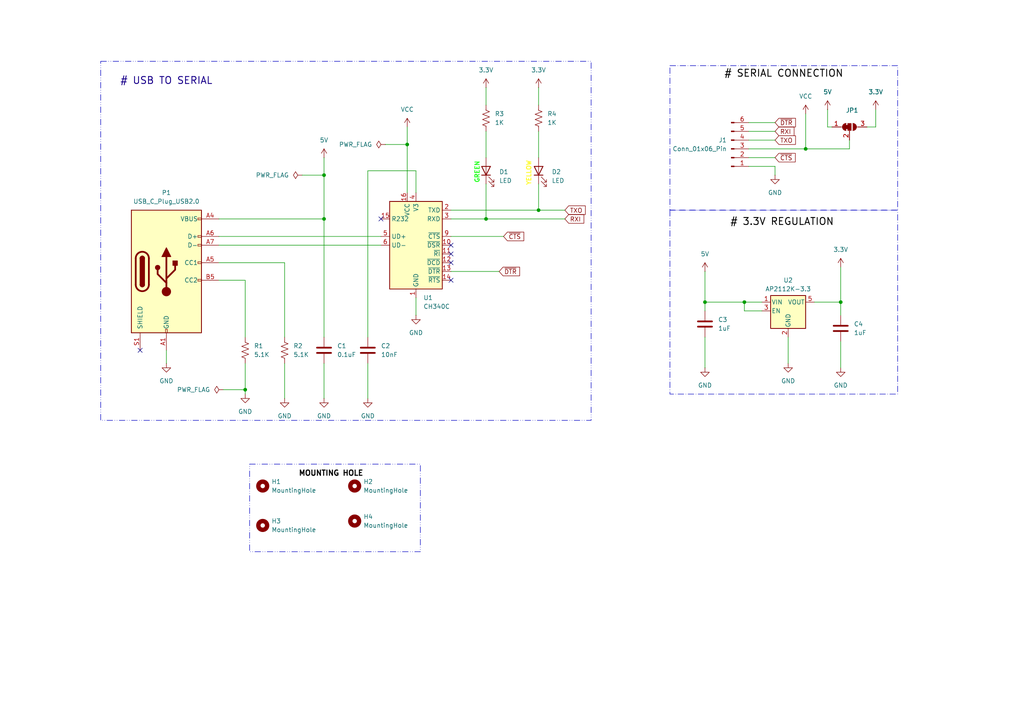
<source format=kicad_sch>
(kicad_sch
	(version 20250114)
	(generator "eeschema")
	(generator_version "9.0")
	(uuid "e5a4845e-2931-47ea-b608-3bc43d4fd7c2")
	(paper "A4")
	(title_block
		(title "Serial-Basic-CH340-and-USBC 2.0")
		(date "2025-06-13")
		(company "DCE Darbhanga")
		(comment 1 "Er. Sujit Kumar")
	)
	(lib_symbols
		(symbol "Connector:Conn_01x06_Pin"
			(pin_names
				(offset 1.016)
				(hide yes)
			)
			(exclude_from_sim no)
			(in_bom yes)
			(on_board yes)
			(property "Reference" "J"
				(at 0 7.62 0)
				(effects
					(font
						(size 1.27 1.27)
					)
				)
			)
			(property "Value" "Conn_01x06_Pin"
				(at 0 -10.16 0)
				(effects
					(font
						(size 1.27 1.27)
					)
				)
			)
			(property "Footprint" ""
				(at 0 0 0)
				(effects
					(font
						(size 1.27 1.27)
					)
					(hide yes)
				)
			)
			(property "Datasheet" "~"
				(at 0 0 0)
				(effects
					(font
						(size 1.27 1.27)
					)
					(hide yes)
				)
			)
			(property "Description" "Generic connector, single row, 01x06, script generated"
				(at 0 0 0)
				(effects
					(font
						(size 1.27 1.27)
					)
					(hide yes)
				)
			)
			(property "ki_locked" ""
				(at 0 0 0)
				(effects
					(font
						(size 1.27 1.27)
					)
				)
			)
			(property "ki_keywords" "connector"
				(at 0 0 0)
				(effects
					(font
						(size 1.27 1.27)
					)
					(hide yes)
				)
			)
			(property "ki_fp_filters" "Connector*:*_1x??_*"
				(at 0 0 0)
				(effects
					(font
						(size 1.27 1.27)
					)
					(hide yes)
				)
			)
			(symbol "Conn_01x06_Pin_1_1"
				(rectangle
					(start 0.8636 5.207)
					(end 0 4.953)
					(stroke
						(width 0.1524)
						(type default)
					)
					(fill
						(type outline)
					)
				)
				(rectangle
					(start 0.8636 2.667)
					(end 0 2.413)
					(stroke
						(width 0.1524)
						(type default)
					)
					(fill
						(type outline)
					)
				)
				(rectangle
					(start 0.8636 0.127)
					(end 0 -0.127)
					(stroke
						(width 0.1524)
						(type default)
					)
					(fill
						(type outline)
					)
				)
				(rectangle
					(start 0.8636 -2.413)
					(end 0 -2.667)
					(stroke
						(width 0.1524)
						(type default)
					)
					(fill
						(type outline)
					)
				)
				(rectangle
					(start 0.8636 -4.953)
					(end 0 -5.207)
					(stroke
						(width 0.1524)
						(type default)
					)
					(fill
						(type outline)
					)
				)
				(rectangle
					(start 0.8636 -7.493)
					(end 0 -7.747)
					(stroke
						(width 0.1524)
						(type default)
					)
					(fill
						(type outline)
					)
				)
				(polyline
					(pts
						(xy 1.27 5.08) (xy 0.8636 5.08)
					)
					(stroke
						(width 0.1524)
						(type default)
					)
					(fill
						(type none)
					)
				)
				(polyline
					(pts
						(xy 1.27 2.54) (xy 0.8636 2.54)
					)
					(stroke
						(width 0.1524)
						(type default)
					)
					(fill
						(type none)
					)
				)
				(polyline
					(pts
						(xy 1.27 0) (xy 0.8636 0)
					)
					(stroke
						(width 0.1524)
						(type default)
					)
					(fill
						(type none)
					)
				)
				(polyline
					(pts
						(xy 1.27 -2.54) (xy 0.8636 -2.54)
					)
					(stroke
						(width 0.1524)
						(type default)
					)
					(fill
						(type none)
					)
				)
				(polyline
					(pts
						(xy 1.27 -5.08) (xy 0.8636 -5.08)
					)
					(stroke
						(width 0.1524)
						(type default)
					)
					(fill
						(type none)
					)
				)
				(polyline
					(pts
						(xy 1.27 -7.62) (xy 0.8636 -7.62)
					)
					(stroke
						(width 0.1524)
						(type default)
					)
					(fill
						(type none)
					)
				)
				(pin passive line
					(at 5.08 5.08 180)
					(length 3.81)
					(name "Pin_1"
						(effects
							(font
								(size 1.27 1.27)
							)
						)
					)
					(number "1"
						(effects
							(font
								(size 1.27 1.27)
							)
						)
					)
				)
				(pin passive line
					(at 5.08 2.54 180)
					(length 3.81)
					(name "Pin_2"
						(effects
							(font
								(size 1.27 1.27)
							)
						)
					)
					(number "2"
						(effects
							(font
								(size 1.27 1.27)
							)
						)
					)
				)
				(pin passive line
					(at 5.08 0 180)
					(length 3.81)
					(name "Pin_3"
						(effects
							(font
								(size 1.27 1.27)
							)
						)
					)
					(number "3"
						(effects
							(font
								(size 1.27 1.27)
							)
						)
					)
				)
				(pin passive line
					(at 5.08 -2.54 180)
					(length 3.81)
					(name "Pin_4"
						(effects
							(font
								(size 1.27 1.27)
							)
						)
					)
					(number "4"
						(effects
							(font
								(size 1.27 1.27)
							)
						)
					)
				)
				(pin passive line
					(at 5.08 -5.08 180)
					(length 3.81)
					(name "Pin_5"
						(effects
							(font
								(size 1.27 1.27)
							)
						)
					)
					(number "5"
						(effects
							(font
								(size 1.27 1.27)
							)
						)
					)
				)
				(pin passive line
					(at 5.08 -7.62 180)
					(length 3.81)
					(name "Pin_6"
						(effects
							(font
								(size 1.27 1.27)
							)
						)
					)
					(number "6"
						(effects
							(font
								(size 1.27 1.27)
							)
						)
					)
				)
			)
			(embedded_fonts no)
		)
		(symbol "Connector:USB_C_Plug_USB2.0"
			(pin_names
				(offset 1.016)
			)
			(exclude_from_sim no)
			(in_bom yes)
			(on_board yes)
			(property "Reference" "P"
				(at -10.16 19.05 0)
				(effects
					(font
						(size 1.27 1.27)
					)
					(justify left)
				)
			)
			(property "Value" "USB_C_Plug_USB2.0"
				(at 12.7 19.05 0)
				(effects
					(font
						(size 1.27 1.27)
					)
					(justify right)
				)
			)
			(property "Footprint" ""
				(at 3.81 0 0)
				(effects
					(font
						(size 1.27 1.27)
					)
					(hide yes)
				)
			)
			(property "Datasheet" "https://www.usb.org/sites/default/files/documents/usb_type-c.zip"
				(at 6.35 23.876 0)
				(effects
					(font
						(size 1.27 1.27)
					)
					(hide yes)
				)
			)
			(property "Description" "USB 2.0-only Type-C Plug connector"
				(at 2.032 23.876 0)
				(effects
					(font
						(size 1.27 1.27)
					)
					(hide yes)
				)
			)
			(property "ki_keywords" "usb universal serial bus type-C USB2.0"
				(at 0 0 0)
				(effects
					(font
						(size 1.27 1.27)
					)
					(hide yes)
				)
			)
			(property "ki_fp_filters" "USB*C*Plug*"
				(at 0 0 0)
				(effects
					(font
						(size 1.27 1.27)
					)
					(hide yes)
				)
			)
			(symbol "USB_C_Plug_USB2.0_0_0"
				(rectangle
					(start -0.254 -17.78)
					(end 0.254 -16.764)
					(stroke
						(width 0)
						(type default)
					)
					(fill
						(type none)
					)
				)
				(rectangle
					(start 10.16 15.494)
					(end 9.144 14.986)
					(stroke
						(width 0)
						(type default)
					)
					(fill
						(type none)
					)
				)
				(rectangle
					(start 10.16 10.414)
					(end 9.144 9.906)
					(stroke
						(width 0)
						(type default)
					)
					(fill
						(type none)
					)
				)
				(rectangle
					(start 10.16 7.874)
					(end 9.144 7.366)
					(stroke
						(width 0)
						(type default)
					)
					(fill
						(type none)
					)
				)
				(rectangle
					(start 10.16 2.794)
					(end 9.144 2.286)
					(stroke
						(width 0)
						(type default)
					)
					(fill
						(type none)
					)
				)
				(rectangle
					(start 10.16 -2.286)
					(end 9.144 -2.794)
					(stroke
						(width 0)
						(type default)
					)
					(fill
						(type none)
					)
				)
			)
			(symbol "USB_C_Plug_USB2.0_0_1"
				(rectangle
					(start -10.16 17.78)
					(end 10.16 -17.78)
					(stroke
						(width 0.254)
						(type default)
					)
					(fill
						(type background)
					)
				)
				(polyline
					(pts
						(xy -8.89 -3.81) (xy -8.89 3.81)
					)
					(stroke
						(width 0.508)
						(type default)
					)
					(fill
						(type none)
					)
				)
				(rectangle
					(start -7.62 -3.81)
					(end -6.35 3.81)
					(stroke
						(width 0.254)
						(type default)
					)
					(fill
						(type outline)
					)
				)
				(arc
					(start -7.62 3.81)
					(mid -6.985 4.4423)
					(end -6.35 3.81)
					(stroke
						(width 0.254)
						(type default)
					)
					(fill
						(type none)
					)
				)
				(arc
					(start -7.62 3.81)
					(mid -6.985 4.4423)
					(end -6.35 3.81)
					(stroke
						(width 0.254)
						(type default)
					)
					(fill
						(type outline)
					)
				)
				(arc
					(start -8.89 3.81)
					(mid -6.985 5.7067)
					(end -5.08 3.81)
					(stroke
						(width 0.508)
						(type default)
					)
					(fill
						(type none)
					)
				)
				(arc
					(start -5.08 -3.81)
					(mid -6.985 -5.7067)
					(end -8.89 -3.81)
					(stroke
						(width 0.508)
						(type default)
					)
					(fill
						(type none)
					)
				)
				(arc
					(start -6.35 -3.81)
					(mid -6.985 -4.4423)
					(end -7.62 -3.81)
					(stroke
						(width 0.254)
						(type default)
					)
					(fill
						(type none)
					)
				)
				(arc
					(start -6.35 -3.81)
					(mid -6.985 -4.4423)
					(end -7.62 -3.81)
					(stroke
						(width 0.254)
						(type default)
					)
					(fill
						(type outline)
					)
				)
				(polyline
					(pts
						(xy -5.08 3.81) (xy -5.08 -3.81)
					)
					(stroke
						(width 0.508)
						(type default)
					)
					(fill
						(type none)
					)
				)
				(circle
					(center -2.54 1.143)
					(radius 0.635)
					(stroke
						(width 0.254)
						(type default)
					)
					(fill
						(type outline)
					)
				)
				(polyline
					(pts
						(xy -1.27 4.318) (xy 0 6.858) (xy 1.27 4.318) (xy -1.27 4.318)
					)
					(stroke
						(width 0.254)
						(type default)
					)
					(fill
						(type outline)
					)
				)
				(polyline
					(pts
						(xy 0 -2.032) (xy 2.54 0.508) (xy 2.54 1.778)
					)
					(stroke
						(width 0.508)
						(type default)
					)
					(fill
						(type none)
					)
				)
				(polyline
					(pts
						(xy 0 -3.302) (xy -2.54 -0.762) (xy -2.54 0.508)
					)
					(stroke
						(width 0.508)
						(type default)
					)
					(fill
						(type none)
					)
				)
				(polyline
					(pts
						(xy 0 -5.842) (xy 0 4.318)
					)
					(stroke
						(width 0.508)
						(type default)
					)
					(fill
						(type none)
					)
				)
				(circle
					(center 0 -5.842)
					(radius 1.27)
					(stroke
						(width 0)
						(type default)
					)
					(fill
						(type outline)
					)
				)
				(rectangle
					(start 1.905 1.778)
					(end 3.175 3.048)
					(stroke
						(width 0.254)
						(type default)
					)
					(fill
						(type outline)
					)
				)
			)
			(symbol "USB_C_Plug_USB2.0_1_1"
				(pin passive line
					(at -7.62 -22.86 90)
					(length 5.08)
					(name "SHIELD"
						(effects
							(font
								(size 1.27 1.27)
							)
						)
					)
					(number "S1"
						(effects
							(font
								(size 1.27 1.27)
							)
						)
					)
				)
				(pin passive line
					(at 0 -22.86 90)
					(length 5.08)
					(name "GND"
						(effects
							(font
								(size 1.27 1.27)
							)
						)
					)
					(number "A1"
						(effects
							(font
								(size 1.27 1.27)
							)
						)
					)
				)
				(pin passive line
					(at 15.24 15.24 180)
					(length 5.08)
					(name "VBUS"
						(effects
							(font
								(size 1.27 1.27)
							)
						)
					)
					(number "A4"
						(effects
							(font
								(size 1.27 1.27)
							)
						)
					)
				)
				(pin bidirectional line
					(at 15.24 10.16 180)
					(length 5.08)
					(name "D+"
						(effects
							(font
								(size 1.27 1.27)
							)
						)
					)
					(number "A6"
						(effects
							(font
								(size 1.27 1.27)
							)
						)
					)
				)
				(pin bidirectional line
					(at 15.24 7.62 180)
					(length 5.08)
					(name "D-"
						(effects
							(font
								(size 1.27 1.27)
							)
						)
					)
					(number "A7"
						(effects
							(font
								(size 1.27 1.27)
							)
						)
					)
				)
				(pin bidirectional line
					(at 15.24 2.54 180)
					(length 5.08)
					(name "CC1"
						(effects
							(font
								(size 1.27 1.27)
							)
						)
					)
					(number "A5"
						(effects
							(font
								(size 1.27 1.27)
							)
						)
					)
				)
				(pin bidirectional line
					(at 15.24 -2.54 180)
					(length 5.08)
					(name "CC2"
						(effects
							(font
								(size 1.27 1.27)
							)
						)
					)
					(number "B5"
						(effects
							(font
								(size 1.27 1.27)
							)
						)
					)
				)
			)
			(embedded_fonts no)
		)
		(symbol "Device:C"
			(pin_numbers
				(hide yes)
			)
			(pin_names
				(offset 0.254)
			)
			(exclude_from_sim no)
			(in_bom yes)
			(on_board yes)
			(property "Reference" "C"
				(at 0.635 2.54 0)
				(effects
					(font
						(size 1.27 1.27)
					)
					(justify left)
				)
			)
			(property "Value" "C"
				(at 0.635 -2.54 0)
				(effects
					(font
						(size 1.27 1.27)
					)
					(justify left)
				)
			)
			(property "Footprint" ""
				(at 0.9652 -3.81 0)
				(effects
					(font
						(size 1.27 1.27)
					)
					(hide yes)
				)
			)
			(property "Datasheet" "~"
				(at 0 0 0)
				(effects
					(font
						(size 1.27 1.27)
					)
					(hide yes)
				)
			)
			(property "Description" "Unpolarized capacitor"
				(at 0 0 0)
				(effects
					(font
						(size 1.27 1.27)
					)
					(hide yes)
				)
			)
			(property "ki_keywords" "cap capacitor"
				(at 0 0 0)
				(effects
					(font
						(size 1.27 1.27)
					)
					(hide yes)
				)
			)
			(property "ki_fp_filters" "C_*"
				(at 0 0 0)
				(effects
					(font
						(size 1.27 1.27)
					)
					(hide yes)
				)
			)
			(symbol "C_0_1"
				(polyline
					(pts
						(xy -2.032 0.762) (xy 2.032 0.762)
					)
					(stroke
						(width 0.508)
						(type default)
					)
					(fill
						(type none)
					)
				)
				(polyline
					(pts
						(xy -2.032 -0.762) (xy 2.032 -0.762)
					)
					(stroke
						(width 0.508)
						(type default)
					)
					(fill
						(type none)
					)
				)
			)
			(symbol "C_1_1"
				(pin passive line
					(at 0 3.81 270)
					(length 2.794)
					(name "~"
						(effects
							(font
								(size 1.27 1.27)
							)
						)
					)
					(number "1"
						(effects
							(font
								(size 1.27 1.27)
							)
						)
					)
				)
				(pin passive line
					(at 0 -3.81 90)
					(length 2.794)
					(name "~"
						(effects
							(font
								(size 1.27 1.27)
							)
						)
					)
					(number "2"
						(effects
							(font
								(size 1.27 1.27)
							)
						)
					)
				)
			)
			(embedded_fonts no)
		)
		(symbol "Device:LED"
			(pin_numbers
				(hide yes)
			)
			(pin_names
				(offset 1.016)
				(hide yes)
			)
			(exclude_from_sim no)
			(in_bom yes)
			(on_board yes)
			(property "Reference" "D"
				(at 0 2.54 0)
				(effects
					(font
						(size 1.27 1.27)
					)
				)
			)
			(property "Value" "LED"
				(at 0 -2.54 0)
				(effects
					(font
						(size 1.27 1.27)
					)
				)
			)
			(property "Footprint" ""
				(at 0 0 0)
				(effects
					(font
						(size 1.27 1.27)
					)
					(hide yes)
				)
			)
			(property "Datasheet" "~"
				(at 0 0 0)
				(effects
					(font
						(size 1.27 1.27)
					)
					(hide yes)
				)
			)
			(property "Description" "Light emitting diode"
				(at 0 0 0)
				(effects
					(font
						(size 1.27 1.27)
					)
					(hide yes)
				)
			)
			(property "Sim.Pins" "1=K 2=A"
				(at 0 0 0)
				(effects
					(font
						(size 1.27 1.27)
					)
					(hide yes)
				)
			)
			(property "ki_keywords" "LED diode"
				(at 0 0 0)
				(effects
					(font
						(size 1.27 1.27)
					)
					(hide yes)
				)
			)
			(property "ki_fp_filters" "LED* LED_SMD:* LED_THT:*"
				(at 0 0 0)
				(effects
					(font
						(size 1.27 1.27)
					)
					(hide yes)
				)
			)
			(symbol "LED_0_1"
				(polyline
					(pts
						(xy -3.048 -0.762) (xy -4.572 -2.286) (xy -3.81 -2.286) (xy -4.572 -2.286) (xy -4.572 -1.524)
					)
					(stroke
						(width 0)
						(type default)
					)
					(fill
						(type none)
					)
				)
				(polyline
					(pts
						(xy -1.778 -0.762) (xy -3.302 -2.286) (xy -2.54 -2.286) (xy -3.302 -2.286) (xy -3.302 -1.524)
					)
					(stroke
						(width 0)
						(type default)
					)
					(fill
						(type none)
					)
				)
				(polyline
					(pts
						(xy -1.27 0) (xy 1.27 0)
					)
					(stroke
						(width 0)
						(type default)
					)
					(fill
						(type none)
					)
				)
				(polyline
					(pts
						(xy -1.27 -1.27) (xy -1.27 1.27)
					)
					(stroke
						(width 0.254)
						(type default)
					)
					(fill
						(type none)
					)
				)
				(polyline
					(pts
						(xy 1.27 -1.27) (xy 1.27 1.27) (xy -1.27 0) (xy 1.27 -1.27)
					)
					(stroke
						(width 0.254)
						(type default)
					)
					(fill
						(type none)
					)
				)
			)
			(symbol "LED_1_1"
				(pin passive line
					(at -3.81 0 0)
					(length 2.54)
					(name "K"
						(effects
							(font
								(size 1.27 1.27)
							)
						)
					)
					(number "1"
						(effects
							(font
								(size 1.27 1.27)
							)
						)
					)
				)
				(pin passive line
					(at 3.81 0 180)
					(length 2.54)
					(name "A"
						(effects
							(font
								(size 1.27 1.27)
							)
						)
					)
					(number "2"
						(effects
							(font
								(size 1.27 1.27)
							)
						)
					)
				)
			)
			(embedded_fonts no)
		)
		(symbol "Device:R_US"
			(pin_numbers
				(hide yes)
			)
			(pin_names
				(offset 0)
			)
			(exclude_from_sim no)
			(in_bom yes)
			(on_board yes)
			(property "Reference" "R"
				(at 2.54 0 90)
				(effects
					(font
						(size 1.27 1.27)
					)
				)
			)
			(property "Value" "R_US"
				(at -2.54 0 90)
				(effects
					(font
						(size 1.27 1.27)
					)
				)
			)
			(property "Footprint" ""
				(at 1.016 -0.254 90)
				(effects
					(font
						(size 1.27 1.27)
					)
					(hide yes)
				)
			)
			(property "Datasheet" "~"
				(at 0 0 0)
				(effects
					(font
						(size 1.27 1.27)
					)
					(hide yes)
				)
			)
			(property "Description" "Resistor, US symbol"
				(at 0 0 0)
				(effects
					(font
						(size 1.27 1.27)
					)
					(hide yes)
				)
			)
			(property "ki_keywords" "R res resistor"
				(at 0 0 0)
				(effects
					(font
						(size 1.27 1.27)
					)
					(hide yes)
				)
			)
			(property "ki_fp_filters" "R_*"
				(at 0 0 0)
				(effects
					(font
						(size 1.27 1.27)
					)
					(hide yes)
				)
			)
			(symbol "R_US_0_1"
				(polyline
					(pts
						(xy 0 2.286) (xy 0 2.54)
					)
					(stroke
						(width 0)
						(type default)
					)
					(fill
						(type none)
					)
				)
				(polyline
					(pts
						(xy 0 2.286) (xy 1.016 1.905) (xy 0 1.524) (xy -1.016 1.143) (xy 0 0.762)
					)
					(stroke
						(width 0)
						(type default)
					)
					(fill
						(type none)
					)
				)
				(polyline
					(pts
						(xy 0 0.762) (xy 1.016 0.381) (xy 0 0) (xy -1.016 -0.381) (xy 0 -0.762)
					)
					(stroke
						(width 0)
						(type default)
					)
					(fill
						(type none)
					)
				)
				(polyline
					(pts
						(xy 0 -0.762) (xy 1.016 -1.143) (xy 0 -1.524) (xy -1.016 -1.905) (xy 0 -2.286)
					)
					(stroke
						(width 0)
						(type default)
					)
					(fill
						(type none)
					)
				)
				(polyline
					(pts
						(xy 0 -2.286) (xy 0 -2.54)
					)
					(stroke
						(width 0)
						(type default)
					)
					(fill
						(type none)
					)
				)
			)
			(symbol "R_US_1_1"
				(pin passive line
					(at 0 3.81 270)
					(length 1.27)
					(name "~"
						(effects
							(font
								(size 1.27 1.27)
							)
						)
					)
					(number "1"
						(effects
							(font
								(size 1.27 1.27)
							)
						)
					)
				)
				(pin passive line
					(at 0 -3.81 90)
					(length 1.27)
					(name "~"
						(effects
							(font
								(size 1.27 1.27)
							)
						)
					)
					(number "2"
						(effects
							(font
								(size 1.27 1.27)
							)
						)
					)
				)
			)
			(embedded_fonts no)
		)
		(symbol "Interface_USB:CH340C"
			(exclude_from_sim no)
			(in_bom yes)
			(on_board yes)
			(property "Reference" "U"
				(at -5.08 13.97 0)
				(effects
					(font
						(size 1.27 1.27)
					)
					(justify right)
				)
			)
			(property "Value" "CH340C"
				(at 1.27 13.97 0)
				(effects
					(font
						(size 1.27 1.27)
					)
					(justify left)
				)
			)
			(property "Footprint" "Package_SO:SOIC-16_3.9x9.9mm_P1.27mm"
				(at -18.542 30.226 0)
				(effects
					(font
						(size 1.27 1.27)
					)
					(justify left)
					(hide yes)
				)
			)
			(property "Datasheet" "https://datasheet.lcsc.com/szlcsc/Jiangsu-Qin-Heng-CH340C_C84681.pdf"
				(at -6.604 33.274 0)
				(effects
					(font
						(size 1.27 1.27)
					)
					(hide yes)
				)
			)
			(property "Description" "USB serial converter, crystal-less, UART, SOIC-16"
				(at -1.524 36.068 0)
				(effects
					(font
						(size 1.27 1.27)
					)
					(hide yes)
				)
			)
			(property "ki_keywords" "USB UART Serial Converter Interface"
				(at 0 0 0)
				(effects
					(font
						(size 1.27 1.27)
					)
					(hide yes)
				)
			)
			(property "ki_fp_filters" "SOIC*3.9x9.9mm*P1.27mm*"
				(at 0 0 0)
				(effects
					(font
						(size 1.27 1.27)
					)
					(hide yes)
				)
			)
			(symbol "CH340C_0_1"
				(rectangle
					(start -7.62 12.7)
					(end 7.62 -12.7)
					(stroke
						(width 0.254)
						(type default)
					)
					(fill
						(type background)
					)
				)
			)
			(symbol "CH340C_1_1"
				(pin input line
					(at -10.16 7.62 0)
					(length 2.54)
					(name "R232"
						(effects
							(font
								(size 1.27 1.27)
							)
						)
					)
					(number "15"
						(effects
							(font
								(size 1.27 1.27)
							)
						)
					)
				)
				(pin bidirectional line
					(at -10.16 2.54 0)
					(length 2.54)
					(name "UD+"
						(effects
							(font
								(size 1.27 1.27)
							)
						)
					)
					(number "5"
						(effects
							(font
								(size 1.27 1.27)
							)
						)
					)
				)
				(pin bidirectional line
					(at -10.16 0 0)
					(length 2.54)
					(name "UD-"
						(effects
							(font
								(size 1.27 1.27)
							)
						)
					)
					(number "6"
						(effects
							(font
								(size 1.27 1.27)
							)
						)
					)
				)
				(pin no_connect line
					(at -7.62 -5.08 0)
					(length 2.54)
					(hide yes)
					(name "NC"
						(effects
							(font
								(size 1.27 1.27)
							)
						)
					)
					(number "7"
						(effects
							(font
								(size 1.27 1.27)
							)
						)
					)
				)
				(pin no_connect line
					(at -7.62 -7.62 0)
					(length 2.54)
					(hide yes)
					(name "NC"
						(effects
							(font
								(size 1.27 1.27)
							)
						)
					)
					(number "8"
						(effects
							(font
								(size 1.27 1.27)
							)
						)
					)
				)
				(pin power_in line
					(at -2.54 15.24 270)
					(length 2.54)
					(name "VCC"
						(effects
							(font
								(size 1.27 1.27)
							)
						)
					)
					(number "16"
						(effects
							(font
								(size 1.27 1.27)
							)
						)
					)
				)
				(pin power_out line
					(at 0 15.24 270)
					(length 2.54)
					(name "V3"
						(effects
							(font
								(size 1.27 1.27)
							)
						)
					)
					(number "4"
						(effects
							(font
								(size 1.27 1.27)
							)
						)
					)
				)
				(pin power_in line
					(at 0 -15.24 90)
					(length 2.54)
					(name "GND"
						(effects
							(font
								(size 1.27 1.27)
							)
						)
					)
					(number "1"
						(effects
							(font
								(size 1.27 1.27)
							)
						)
					)
				)
				(pin output line
					(at 10.16 10.16 180)
					(length 2.54)
					(name "TXD"
						(effects
							(font
								(size 1.27 1.27)
							)
						)
					)
					(number "2"
						(effects
							(font
								(size 1.27 1.27)
							)
						)
					)
				)
				(pin input line
					(at 10.16 7.62 180)
					(length 2.54)
					(name "RXD"
						(effects
							(font
								(size 1.27 1.27)
							)
						)
					)
					(number "3"
						(effects
							(font
								(size 1.27 1.27)
							)
						)
					)
				)
				(pin input line
					(at 10.16 2.54 180)
					(length 2.54)
					(name "~{CTS}"
						(effects
							(font
								(size 1.27 1.27)
							)
						)
					)
					(number "9"
						(effects
							(font
								(size 1.27 1.27)
							)
						)
					)
				)
				(pin input line
					(at 10.16 0 180)
					(length 2.54)
					(name "~{DSR}"
						(effects
							(font
								(size 1.27 1.27)
							)
						)
					)
					(number "10"
						(effects
							(font
								(size 1.27 1.27)
							)
						)
					)
				)
				(pin input line
					(at 10.16 -2.54 180)
					(length 2.54)
					(name "~{RI}"
						(effects
							(font
								(size 1.27 1.27)
							)
						)
					)
					(number "11"
						(effects
							(font
								(size 1.27 1.27)
							)
						)
					)
				)
				(pin input line
					(at 10.16 -5.08 180)
					(length 2.54)
					(name "~{DCD}"
						(effects
							(font
								(size 1.27 1.27)
							)
						)
					)
					(number "12"
						(effects
							(font
								(size 1.27 1.27)
							)
						)
					)
				)
				(pin output line
					(at 10.16 -7.62 180)
					(length 2.54)
					(name "~{DTR}"
						(effects
							(font
								(size 1.27 1.27)
							)
						)
					)
					(number "13"
						(effects
							(font
								(size 1.27 1.27)
							)
						)
					)
				)
				(pin output line
					(at 10.16 -10.16 180)
					(length 2.54)
					(name "~{RTS}"
						(effects
							(font
								(size 1.27 1.27)
							)
						)
					)
					(number "14"
						(effects
							(font
								(size 1.27 1.27)
							)
						)
					)
				)
			)
			(embedded_fonts no)
		)
		(symbol "Jumper:SolderJumper_3_Bridged12"
			(pin_names
				(offset 0)
				(hide yes)
			)
			(exclude_from_sim no)
			(in_bom no)
			(on_board yes)
			(property "Reference" "JP"
				(at -2.54 -2.54 0)
				(effects
					(font
						(size 1.27 1.27)
					)
				)
			)
			(property "Value" "SolderJumper_3_Bridged12"
				(at 0 2.794 0)
				(effects
					(font
						(size 1.27 1.27)
					)
				)
			)
			(property "Footprint" ""
				(at 0 0 0)
				(effects
					(font
						(size 1.27 1.27)
					)
					(hide yes)
				)
			)
			(property "Datasheet" "~"
				(at 0 0 0)
				(effects
					(font
						(size 1.27 1.27)
					)
					(hide yes)
				)
			)
			(property "Description" "3-pole Solder Jumper, pins 1+2 closed/bridged"
				(at 0 0 0)
				(effects
					(font
						(size 1.27 1.27)
					)
					(hide yes)
				)
			)
			(property "ki_keywords" "Solder Jumper SPDT"
				(at 0 0 0)
				(effects
					(font
						(size 1.27 1.27)
					)
					(hide yes)
				)
			)
			(property "ki_fp_filters" "SolderJumper*Bridged12*"
				(at 0 0 0)
				(effects
					(font
						(size 1.27 1.27)
					)
					(hide yes)
				)
			)
			(symbol "SolderJumper_3_Bridged12_0_1"
				(polyline
					(pts
						(xy -2.54 0) (xy -2.032 0)
					)
					(stroke
						(width 0)
						(type default)
					)
					(fill
						(type none)
					)
				)
				(polyline
					(pts
						(xy -1.016 1.016) (xy -1.016 -1.016)
					)
					(stroke
						(width 0)
						(type default)
					)
					(fill
						(type none)
					)
				)
				(rectangle
					(start -1.016 0.508)
					(end -0.508 -0.508)
					(stroke
						(width 0)
						(type default)
					)
					(fill
						(type outline)
					)
				)
				(arc
					(start -1.016 -1.016)
					(mid -2.0276 0)
					(end -1.016 1.016)
					(stroke
						(width 0)
						(type default)
					)
					(fill
						(type none)
					)
				)
				(arc
					(start -1.016 -1.016)
					(mid -2.0276 0)
					(end -1.016 1.016)
					(stroke
						(width 0)
						(type default)
					)
					(fill
						(type outline)
					)
				)
				(rectangle
					(start -0.508 1.016)
					(end 0.508 -1.016)
					(stroke
						(width 0)
						(type default)
					)
					(fill
						(type outline)
					)
				)
				(polyline
					(pts
						(xy 0 -1.27) (xy 0 -1.016)
					)
					(stroke
						(width 0)
						(type default)
					)
					(fill
						(type none)
					)
				)
				(arc
					(start 1.016 1.016)
					(mid 2.0276 0)
					(end 1.016 -1.016)
					(stroke
						(width 0)
						(type default)
					)
					(fill
						(type none)
					)
				)
				(arc
					(start 1.016 1.016)
					(mid 2.0276 0)
					(end 1.016 -1.016)
					(stroke
						(width 0)
						(type default)
					)
					(fill
						(type outline)
					)
				)
				(polyline
					(pts
						(xy 1.016 1.016) (xy 1.016 -1.016)
					)
					(stroke
						(width 0)
						(type default)
					)
					(fill
						(type none)
					)
				)
				(polyline
					(pts
						(xy 2.54 0) (xy 2.032 0)
					)
					(stroke
						(width 0)
						(type default)
					)
					(fill
						(type none)
					)
				)
			)
			(symbol "SolderJumper_3_Bridged12_1_1"
				(pin passive line
					(at -5.08 0 0)
					(length 2.54)
					(name "A"
						(effects
							(font
								(size 1.27 1.27)
							)
						)
					)
					(number "1"
						(effects
							(font
								(size 1.27 1.27)
							)
						)
					)
				)
				(pin passive line
					(at 0 -3.81 90)
					(length 2.54)
					(name "C"
						(effects
							(font
								(size 1.27 1.27)
							)
						)
					)
					(number "2"
						(effects
							(font
								(size 1.27 1.27)
							)
						)
					)
				)
				(pin passive line
					(at 5.08 0 180)
					(length 2.54)
					(name "B"
						(effects
							(font
								(size 1.27 1.27)
							)
						)
					)
					(number "3"
						(effects
							(font
								(size 1.27 1.27)
							)
						)
					)
				)
			)
			(embedded_fonts no)
		)
		(symbol "Mechanical:MountingHole"
			(pin_names
				(offset 1.016)
			)
			(exclude_from_sim no)
			(in_bom no)
			(on_board yes)
			(property "Reference" "H"
				(at 0 5.08 0)
				(effects
					(font
						(size 1.27 1.27)
					)
				)
			)
			(property "Value" "MountingHole"
				(at 0 3.175 0)
				(effects
					(font
						(size 1.27 1.27)
					)
				)
			)
			(property "Footprint" ""
				(at 0 0 0)
				(effects
					(font
						(size 1.27 1.27)
					)
					(hide yes)
				)
			)
			(property "Datasheet" "~"
				(at 0 0 0)
				(effects
					(font
						(size 1.27 1.27)
					)
					(hide yes)
				)
			)
			(property "Description" "Mounting Hole without connection"
				(at 0 0 0)
				(effects
					(font
						(size 1.27 1.27)
					)
					(hide yes)
				)
			)
			(property "ki_keywords" "mounting hole"
				(at 0 0 0)
				(effects
					(font
						(size 1.27 1.27)
					)
					(hide yes)
				)
			)
			(property "ki_fp_filters" "MountingHole*"
				(at 0 0 0)
				(effects
					(font
						(size 1.27 1.27)
					)
					(hide yes)
				)
			)
			(symbol "MountingHole_0_1"
				(circle
					(center 0 0)
					(radius 1.27)
					(stroke
						(width 1.27)
						(type default)
					)
					(fill
						(type none)
					)
				)
			)
			(embedded_fonts no)
		)
		(symbol "Regulator_Linear:AP2112K-3.3"
			(pin_names
				(offset 0.254)
			)
			(exclude_from_sim no)
			(in_bom yes)
			(on_board yes)
			(property "Reference" "U"
				(at -5.08 5.715 0)
				(effects
					(font
						(size 1.27 1.27)
					)
					(justify left)
				)
			)
			(property "Value" "AP2112K-3.3"
				(at 0 5.715 0)
				(effects
					(font
						(size 1.27 1.27)
					)
					(justify left)
				)
			)
			(property "Footprint" "Package_TO_SOT_SMD:SOT-23-5"
				(at 0 8.255 0)
				(effects
					(font
						(size 1.27 1.27)
					)
					(hide yes)
				)
			)
			(property "Datasheet" "https://www.diodes.com/assets/Datasheets/AP2112.pdf"
				(at 0 2.54 0)
				(effects
					(font
						(size 1.27 1.27)
					)
					(hide yes)
				)
			)
			(property "Description" "600mA low dropout linear regulator, with enable pin, 3.8V-6V input voltage range, 3.3V fixed positive output, SOT-23-5"
				(at 0 0 0)
				(effects
					(font
						(size 1.27 1.27)
					)
					(hide yes)
				)
			)
			(property "ki_keywords" "linear regulator ldo fixed positive"
				(at 0 0 0)
				(effects
					(font
						(size 1.27 1.27)
					)
					(hide yes)
				)
			)
			(property "ki_fp_filters" "SOT?23?5*"
				(at 0 0 0)
				(effects
					(font
						(size 1.27 1.27)
					)
					(hide yes)
				)
			)
			(symbol "AP2112K-3.3_0_1"
				(rectangle
					(start -5.08 4.445)
					(end 5.08 -5.08)
					(stroke
						(width 0.254)
						(type default)
					)
					(fill
						(type background)
					)
				)
			)
			(symbol "AP2112K-3.3_1_1"
				(pin power_in line
					(at -7.62 2.54 0)
					(length 2.54)
					(name "VIN"
						(effects
							(font
								(size 1.27 1.27)
							)
						)
					)
					(number "1"
						(effects
							(font
								(size 1.27 1.27)
							)
						)
					)
				)
				(pin input line
					(at -7.62 0 0)
					(length 2.54)
					(name "EN"
						(effects
							(font
								(size 1.27 1.27)
							)
						)
					)
					(number "3"
						(effects
							(font
								(size 1.27 1.27)
							)
						)
					)
				)
				(pin power_in line
					(at 0 -7.62 90)
					(length 2.54)
					(name "GND"
						(effects
							(font
								(size 1.27 1.27)
							)
						)
					)
					(number "2"
						(effects
							(font
								(size 1.27 1.27)
							)
						)
					)
				)
				(pin no_connect line
					(at 5.08 0 180)
					(length 2.54)
					(hide yes)
					(name "NC"
						(effects
							(font
								(size 1.27 1.27)
							)
						)
					)
					(number "4"
						(effects
							(font
								(size 1.27 1.27)
							)
						)
					)
				)
				(pin power_out line
					(at 7.62 2.54 180)
					(length 2.54)
					(name "VOUT"
						(effects
							(font
								(size 1.27 1.27)
							)
						)
					)
					(number "5"
						(effects
							(font
								(size 1.27 1.27)
							)
						)
					)
				)
			)
			(embedded_fonts no)
		)
		(symbol "power:GND"
			(power)
			(pin_numbers
				(hide yes)
			)
			(pin_names
				(offset 0)
				(hide yes)
			)
			(exclude_from_sim no)
			(in_bom yes)
			(on_board yes)
			(property "Reference" "#PWR"
				(at 0 -6.35 0)
				(effects
					(font
						(size 1.27 1.27)
					)
					(hide yes)
				)
			)
			(property "Value" "GND"
				(at 0 -3.81 0)
				(effects
					(font
						(size 1.27 1.27)
					)
				)
			)
			(property "Footprint" ""
				(at 0 0 0)
				(effects
					(font
						(size 1.27 1.27)
					)
					(hide yes)
				)
			)
			(property "Datasheet" ""
				(at 0 0 0)
				(effects
					(font
						(size 1.27 1.27)
					)
					(hide yes)
				)
			)
			(property "Description" "Power symbol creates a global label with name \"GND\" , ground"
				(at 0 0 0)
				(effects
					(font
						(size 1.27 1.27)
					)
					(hide yes)
				)
			)
			(property "ki_keywords" "global power"
				(at 0 0 0)
				(effects
					(font
						(size 1.27 1.27)
					)
					(hide yes)
				)
			)
			(symbol "GND_0_1"
				(polyline
					(pts
						(xy 0 0) (xy 0 -1.27) (xy 1.27 -1.27) (xy 0 -2.54) (xy -1.27 -1.27) (xy 0 -1.27)
					)
					(stroke
						(width 0)
						(type default)
					)
					(fill
						(type none)
					)
				)
			)
			(symbol "GND_1_1"
				(pin power_in line
					(at 0 0 270)
					(length 0)
					(name "~"
						(effects
							(font
								(size 1.27 1.27)
							)
						)
					)
					(number "1"
						(effects
							(font
								(size 1.27 1.27)
							)
						)
					)
				)
			)
			(embedded_fonts no)
		)
		(symbol "power:PWR_FLAG"
			(power)
			(pin_numbers
				(hide yes)
			)
			(pin_names
				(offset 0)
				(hide yes)
			)
			(exclude_from_sim no)
			(in_bom yes)
			(on_board yes)
			(property "Reference" "#FLG"
				(at 0 1.905 0)
				(effects
					(font
						(size 1.27 1.27)
					)
					(hide yes)
				)
			)
			(property "Value" "PWR_FLAG"
				(at 0 3.81 0)
				(effects
					(font
						(size 1.27 1.27)
					)
				)
			)
			(property "Footprint" ""
				(at 0 0 0)
				(effects
					(font
						(size 1.27 1.27)
					)
					(hide yes)
				)
			)
			(property "Datasheet" "~"
				(at 0 0 0)
				(effects
					(font
						(size 1.27 1.27)
					)
					(hide yes)
				)
			)
			(property "Description" "Special symbol for telling ERC where power comes from"
				(at 0 0 0)
				(effects
					(font
						(size 1.27 1.27)
					)
					(hide yes)
				)
			)
			(property "ki_keywords" "flag power"
				(at 0 0 0)
				(effects
					(font
						(size 1.27 1.27)
					)
					(hide yes)
				)
			)
			(symbol "PWR_FLAG_0_0"
				(pin power_out line
					(at 0 0 90)
					(length 0)
					(name "~"
						(effects
							(font
								(size 1.27 1.27)
							)
						)
					)
					(number "1"
						(effects
							(font
								(size 1.27 1.27)
							)
						)
					)
				)
			)
			(symbol "PWR_FLAG_0_1"
				(polyline
					(pts
						(xy 0 0) (xy 0 1.27) (xy -1.016 1.905) (xy 0 2.54) (xy 1.016 1.905) (xy 0 1.27)
					)
					(stroke
						(width 0)
						(type default)
					)
					(fill
						(type none)
					)
				)
			)
			(embedded_fonts no)
		)
		(symbol "power:VCC"
			(power)
			(pin_numbers
				(hide yes)
			)
			(pin_names
				(offset 0)
				(hide yes)
			)
			(exclude_from_sim no)
			(in_bom yes)
			(on_board yes)
			(property "Reference" "#PWR"
				(at 0 -3.81 0)
				(effects
					(font
						(size 1.27 1.27)
					)
					(hide yes)
				)
			)
			(property "Value" "VCC"
				(at 0 3.556 0)
				(effects
					(font
						(size 1.27 1.27)
					)
				)
			)
			(property "Footprint" ""
				(at 0 0 0)
				(effects
					(font
						(size 1.27 1.27)
					)
					(hide yes)
				)
			)
			(property "Datasheet" ""
				(at 0 0 0)
				(effects
					(font
						(size 1.27 1.27)
					)
					(hide yes)
				)
			)
			(property "Description" "Power symbol creates a global label with name \"VCC\""
				(at 0 0 0)
				(effects
					(font
						(size 1.27 1.27)
					)
					(hide yes)
				)
			)
			(property "ki_keywords" "global power"
				(at 0 0 0)
				(effects
					(font
						(size 1.27 1.27)
					)
					(hide yes)
				)
			)
			(symbol "VCC_0_1"
				(polyline
					(pts
						(xy -0.762 1.27) (xy 0 2.54)
					)
					(stroke
						(width 0)
						(type default)
					)
					(fill
						(type none)
					)
				)
				(polyline
					(pts
						(xy 0 2.54) (xy 0.762 1.27)
					)
					(stroke
						(width 0)
						(type default)
					)
					(fill
						(type none)
					)
				)
				(polyline
					(pts
						(xy 0 0) (xy 0 2.54)
					)
					(stroke
						(width 0)
						(type default)
					)
					(fill
						(type none)
					)
				)
			)
			(symbol "VCC_1_1"
				(pin power_in line
					(at 0 0 90)
					(length 0)
					(name "~"
						(effects
							(font
								(size 1.27 1.27)
							)
						)
					)
					(number "1"
						(effects
							(font
								(size 1.27 1.27)
							)
						)
					)
				)
			)
			(embedded_fonts no)
		)
	)
	(text "GREEN"
		(exclude_from_sim no)
		(at 137.668 50.038 90)
		(effects
			(font
				(size 1.27 1.27)
				(thickness 0.254)
				(bold yes)
				(color 32 255 28 1)
			)
			(justify top)
		)
		(uuid "0e25cc5e-893b-4095-b7c5-56f7de182d3c")
	)
	(text "# 3.3V REGULATION"
		(exclude_from_sim no)
		(at 226.822 63.246 0)
		(effects
			(font
				(size 2.032 2.032)
				(thickness 0.254)
				(bold yes)
				(color 0 0 0 1)
			)
			(justify top)
		)
		(uuid "3a9571c6-15ff-4ee6-8b61-3dbe1664e353")
	)
	(text "YELLOW"
		(exclude_from_sim no)
		(at 152.654 50.292 90)
		(effects
			(font
				(size 1.27 1.27)
				(thickness 0.254)
				(bold yes)
				(color 255 251 47 1)
			)
			(justify top)
		)
		(uuid "84a1a17d-ea7a-4da2-923f-d17d15728fd7")
	)
	(text "# USB TO SERIAL"
		(exclude_from_sim no)
		(at 48.26 22.352 0)
		(effects
			(font
				(size 2.032 2.032)
				(thickness 0.254)
				(bold yes)
				(color 25 2 138 1)
			)
			(justify top)
		)
		(uuid "8fc11ce6-3074-4224-b2b8-373a925fb092")
	)
	(text "MOUNTING HOLE"
		(exclude_from_sim no)
		(at 96.012 137.414 0)
		(effects
			(font
				(size 1.524 1.524)
				(thickness 0.3048)
				(bold yes)
				(color 0 0 0 1)
			)
		)
		(uuid "f414f285-5654-494d-b732-8a2900847869")
	)
	(text_box ""
		(exclude_from_sim no)
		(at 29.21 17.78 0)
		(size 142.24 104.14)
		(margins 0.9525 0.9525 0.9525 0.9525)
		(stroke
			(width 0)
			(type dash_dot_dot)
		)
		(fill
			(type none)
		)
		(effects
			(font
				(size 1.27 1.27)
				(thickness 0.254)
				(bold yes)
			)
			(justify left top)
		)
		(uuid "1be1ea45-6165-47a8-adfb-2401eb51e6a6")
	)
	(text_box ""
		(exclude_from_sim no)
		(at 72.39 134.62 0)
		(size 49.53 25.4)
		(margins 0.9525 0.9525 0.9525 0.9525)
		(stroke
			(width 0)
			(type dash_dot_dot)
		)
		(fill
			(type none)
		)
		(effects
			(font
				(size 1.27 1.27)
			)
			(justify left top)
		)
		(uuid "305dfb46-b31e-4c71-89bb-7dfda6f62f1f")
	)
	(text_box ""
		(exclude_from_sim no)
		(at 194.31 60.96 0)
		(size 66.04 53.34)
		(margins 0.9525 0.9525 0.9525 0.9525)
		(stroke
			(width 0)
			(type dash_dot)
		)
		(fill
			(type none)
		)
		(effects
			(font
				(size 1.27 1.27)
			)
			(justify left top)
		)
		(uuid "b77a2a47-3945-44db-8d3b-a044b6f131ae")
	)
	(text_box "# SERIAL CONNECTION"
		(exclude_from_sim no)
		(at 194.31 19.05 0)
		(size 66.04 41.91)
		(margins 0.9525 0.9525 0.9525 0.9525)
		(stroke
			(width 0)
			(type dash_dot)
		)
		(fill
			(type none)
		)
		(effects
			(font
				(size 2.032 2.032)
				(thickness 0.254)
				(bold yes)
				(color 0 0 0 1)
			)
			(justify top)
		)
		(uuid "c7d0ca60-3efa-43f4-abe9-2b6bec0f6c65")
	)
	(junction
		(at 233.68 43.18)
		(diameter 0)
		(color 0 0 0 0)
		(uuid "2dfc4396-47ec-4228-bb10-b8e730646ede")
	)
	(junction
		(at 118.11 41.91)
		(diameter 0)
		(color 0 0 0 0)
		(uuid "6e72ee1c-6d6d-4fdc-ae19-7c2a6cf48c54")
	)
	(junction
		(at 93.98 50.8)
		(diameter 0)
		(color 0 0 0 0)
		(uuid "8ae031ea-69b6-4328-8178-918dd052109b")
	)
	(junction
		(at 93.98 63.5)
		(diameter 0)
		(color 0 0 0 0)
		(uuid "9249826d-9bbf-4ae5-a804-4a7936db11ef")
	)
	(junction
		(at 156.21 60.96)
		(diameter 0)
		(color 0 0 0 0)
		(uuid "9379f09b-a3d8-4159-9ed5-2d5a950730d5")
	)
	(junction
		(at 204.47 87.63)
		(diameter 0)
		(color 0 0 0 0)
		(uuid "966bf7c8-40c7-4c13-bd34-95ae2eb54256")
	)
	(junction
		(at 215.9 87.63)
		(diameter 0)
		(color 0 0 0 0)
		(uuid "98a402c3-cff2-4ab0-91f9-8486d9095b05")
	)
	(junction
		(at 140.97 63.5)
		(diameter 0)
		(color 0 0 0 0)
		(uuid "9d5d58b2-721d-4d24-8e20-7bfd53df52cb")
	)
	(junction
		(at 71.12 113.03)
		(diameter 0)
		(color 0 0 0 0)
		(uuid "9e9c46ce-a752-4de7-9241-fede34f266aa")
	)
	(junction
		(at 243.84 87.63)
		(diameter 0)
		(color 0 0 0 0)
		(uuid "aa28c085-03d6-45d7-accb-08dc792bfc15")
	)
	(no_connect
		(at 130.81 71.12)
		(uuid "7c7fd354-74a6-4975-884b-f48804c9104d")
	)
	(no_connect
		(at 130.81 81.28)
		(uuid "7dca3ab5-2309-45fc-946a-6981ac7c202c")
	)
	(no_connect
		(at 130.81 76.2)
		(uuid "bb35546a-b7ec-4da4-b58d-818a993c41bb")
	)
	(no_connect
		(at 130.81 73.66)
		(uuid "c5898ae2-d1ad-4eed-bc18-b47a67fd6db6")
	)
	(no_connect
		(at 40.64 101.6)
		(uuid "c598b509-839d-47e3-984d-75b566cee7a5")
	)
	(no_connect
		(at 110.49 63.5)
		(uuid "dde4a403-94f1-4c9b-bc71-5c87b0fa1819")
	)
	(wire
		(pts
			(xy 204.47 87.63) (xy 204.47 90.17)
		)
		(stroke
			(width 0)
			(type default)
		)
		(uuid "06d373e5-f314-4023-a57d-fb9b66d5dcb8")
	)
	(wire
		(pts
			(xy 63.5 63.5) (xy 93.98 63.5)
		)
		(stroke
			(width 0)
			(type default)
		)
		(uuid "073123f9-5ed9-462e-9131-6b9da55b7c7f")
	)
	(wire
		(pts
			(xy 118.11 36.83) (xy 118.11 41.91)
		)
		(stroke
			(width 0)
			(type default)
		)
		(uuid "15770a9e-c580-4ec1-b29d-4206533e4fc2")
	)
	(wire
		(pts
			(xy 241.3 36.83) (xy 240.03 36.83)
		)
		(stroke
			(width 0)
			(type default)
		)
		(uuid "20d4272f-699a-49f1-a4bf-1d7df400343a")
	)
	(wire
		(pts
			(xy 217.17 35.56) (xy 224.79 35.56)
		)
		(stroke
			(width 0)
			(type default)
		)
		(uuid "220ca679-1042-4118-92f4-ae9774157a4c")
	)
	(wire
		(pts
			(xy 233.68 33.02) (xy 233.68 43.18)
		)
		(stroke
			(width 0)
			(type default)
		)
		(uuid "265794c3-ace9-42e2-b34e-e825348300a8")
	)
	(wire
		(pts
			(xy 156.21 53.34) (xy 156.21 60.96)
		)
		(stroke
			(width 0)
			(type default)
		)
		(uuid "363b6511-889b-4a54-a7be-579ce4dfc1ee")
	)
	(wire
		(pts
			(xy 140.97 25.4) (xy 140.97 30.48)
		)
		(stroke
			(width 0)
			(type default)
		)
		(uuid "363bdc52-89e8-4dce-8c47-b9e1aea4cbe8")
	)
	(wire
		(pts
			(xy 130.81 68.58) (xy 146.05 68.58)
		)
		(stroke
			(width 0)
			(type default)
		)
		(uuid "3b3ad6a6-d06d-4740-94fa-18f2429ca63b")
	)
	(wire
		(pts
			(xy 254 31.75) (xy 254 36.83)
		)
		(stroke
			(width 0)
			(type default)
		)
		(uuid "40befa36-4312-4d4d-b5d8-468469e3f001")
	)
	(wire
		(pts
			(xy 71.12 113.03) (xy 71.12 114.3)
		)
		(stroke
			(width 0)
			(type default)
		)
		(uuid "483d9c4e-d38d-4934-a576-1dc04d6514ab")
	)
	(wire
		(pts
			(xy 130.81 63.5) (xy 140.97 63.5)
		)
		(stroke
			(width 0)
			(type default)
		)
		(uuid "4bb00b64-72c1-4c90-9bf4-53c3a7d56999")
	)
	(wire
		(pts
			(xy 204.47 97.79) (xy 204.47 106.68)
		)
		(stroke
			(width 0)
			(type default)
		)
		(uuid "50518282-f4e3-42a1-915e-13b17344721a")
	)
	(wire
		(pts
			(xy 217.17 38.1) (xy 224.79 38.1)
		)
		(stroke
			(width 0)
			(type default)
		)
		(uuid "584201e4-8e39-40a3-9caf-7138c78b8003")
	)
	(wire
		(pts
			(xy 243.84 99.06) (xy 243.84 106.68)
		)
		(stroke
			(width 0)
			(type default)
		)
		(uuid "5937d5a9-1472-47c0-92b8-5990fe8fc63c")
	)
	(wire
		(pts
			(xy 156.21 60.96) (xy 163.83 60.96)
		)
		(stroke
			(width 0)
			(type default)
		)
		(uuid "5caeb34b-8f69-447d-84b7-c55217bca412")
	)
	(wire
		(pts
			(xy 140.97 53.34) (xy 140.97 63.5)
		)
		(stroke
			(width 0)
			(type default)
		)
		(uuid "5eaf56b0-6b40-4fa2-ba6e-8376238acc8d")
	)
	(wire
		(pts
			(xy 63.5 71.12) (xy 110.49 71.12)
		)
		(stroke
			(width 0)
			(type default)
		)
		(uuid "6498d4ae-d7be-450d-bc9a-ff840d7e3592")
	)
	(wire
		(pts
			(xy 82.55 76.2) (xy 82.55 97.79)
		)
		(stroke
			(width 0)
			(type default)
		)
		(uuid "67fcae56-ceb8-440a-bab0-9bdd32f633cc")
	)
	(wire
		(pts
			(xy 63.5 81.28) (xy 71.12 81.28)
		)
		(stroke
			(width 0)
			(type default)
		)
		(uuid "6bc93a63-fadb-4e0c-ada1-fe77c04d13ba")
	)
	(wire
		(pts
			(xy 215.9 87.63) (xy 204.47 87.63)
		)
		(stroke
			(width 0)
			(type default)
		)
		(uuid "6c42e025-adab-410e-bb3b-d54a3c4ad942")
	)
	(wire
		(pts
			(xy 243.84 77.47) (xy 243.84 87.63)
		)
		(stroke
			(width 0)
			(type default)
		)
		(uuid "72bc79c9-3749-4a1a-9da5-2fd2c029a56d")
	)
	(wire
		(pts
			(xy 228.6 97.79) (xy 228.6 105.41)
		)
		(stroke
			(width 0)
			(type default)
		)
		(uuid "746318cb-6d12-457c-ac50-8d1985ad2e11")
	)
	(wire
		(pts
			(xy 63.5 68.58) (xy 110.49 68.58)
		)
		(stroke
			(width 0)
			(type default)
		)
		(uuid "75c8c18f-a4aa-454a-8fad-c17b1a8b40fe")
	)
	(wire
		(pts
			(xy 246.38 43.18) (xy 246.38 40.64)
		)
		(stroke
			(width 0)
			(type default)
		)
		(uuid "7c325cda-1a20-4ed6-a647-7b962b216d16")
	)
	(wire
		(pts
			(xy 217.17 48.26) (xy 224.79 48.26)
		)
		(stroke
			(width 0)
			(type default)
		)
		(uuid "7fc4cca9-dda5-4e3e-b330-750ffe4c35d0")
	)
	(wire
		(pts
			(xy 130.81 78.74) (xy 144.78 78.74)
		)
		(stroke
			(width 0)
			(type default)
		)
		(uuid "839b8382-4fac-41ce-89ac-df1c2b6513ef")
	)
	(wire
		(pts
			(xy 156.21 38.1) (xy 156.21 45.72)
		)
		(stroke
			(width 0)
			(type default)
		)
		(uuid "8c222751-c6b5-43f4-a0b4-1083f01069a1")
	)
	(wire
		(pts
			(xy 130.81 60.96) (xy 156.21 60.96)
		)
		(stroke
			(width 0)
			(type default)
		)
		(uuid "989c2e68-8a13-42bd-a778-6aa8fc8b7ecb")
	)
	(wire
		(pts
			(xy 220.98 87.63) (xy 215.9 87.63)
		)
		(stroke
			(width 0)
			(type default)
		)
		(uuid "9d1163e4-00f0-477b-b95e-e20359253211")
	)
	(wire
		(pts
			(xy 71.12 81.28) (xy 71.12 97.79)
		)
		(stroke
			(width 0)
			(type default)
		)
		(uuid "a11193f0-794a-427d-bc13-2d03559e4a89")
	)
	(wire
		(pts
			(xy 120.65 49.53) (xy 120.65 55.88)
		)
		(stroke
			(width 0)
			(type default)
		)
		(uuid "a4c98b62-54d8-47bb-9a23-1dfba29257fa")
	)
	(wire
		(pts
			(xy 204.47 78.74) (xy 204.47 87.63)
		)
		(stroke
			(width 0)
			(type default)
		)
		(uuid "af2886a2-42f3-47ec-9ac0-894565260211")
	)
	(wire
		(pts
			(xy 140.97 63.5) (xy 163.83 63.5)
		)
		(stroke
			(width 0)
			(type default)
		)
		(uuid "b2771f07-a888-4cb0-b563-337825d036fc")
	)
	(wire
		(pts
			(xy 217.17 45.72) (xy 224.79 45.72)
		)
		(stroke
			(width 0)
			(type default)
		)
		(uuid "b906de65-d530-4be7-9c87-74d2afe21036")
	)
	(wire
		(pts
			(xy 217.17 40.64) (xy 224.79 40.64)
		)
		(stroke
			(width 0)
			(type default)
		)
		(uuid "b9922807-f927-451f-9640-2521801a549e")
	)
	(wire
		(pts
			(xy 64.77 113.03) (xy 71.12 113.03)
		)
		(stroke
			(width 0)
			(type default)
		)
		(uuid "baccf75f-a2a0-4e86-a7ce-627e3072e49f")
	)
	(wire
		(pts
			(xy 87.63 50.8) (xy 93.98 50.8)
		)
		(stroke
			(width 0)
			(type default)
		)
		(uuid "bd39a2c0-0a2b-414d-9f2e-5b4ec143b7bf")
	)
	(wire
		(pts
			(xy 120.65 86.36) (xy 120.65 91.44)
		)
		(stroke
			(width 0)
			(type default)
		)
		(uuid "be5a0555-f8d7-4a85-a2c2-9c899cdedd4c")
	)
	(wire
		(pts
			(xy 93.98 105.41) (xy 93.98 115.57)
		)
		(stroke
			(width 0)
			(type default)
		)
		(uuid "c16cd6fc-68c0-48a9-8160-28f0e9dc5b15")
	)
	(wire
		(pts
			(xy 93.98 45.72) (xy 93.98 50.8)
		)
		(stroke
			(width 0)
			(type default)
		)
		(uuid "c1bf5122-2c06-4770-a086-bdded2dbd178")
	)
	(wire
		(pts
			(xy 220.98 90.17) (xy 215.9 90.17)
		)
		(stroke
			(width 0)
			(type default)
		)
		(uuid "c27c1ad9-ac03-42e2-a800-073b41ba3710")
	)
	(wire
		(pts
			(xy 48.26 101.6) (xy 48.26 105.41)
		)
		(stroke
			(width 0)
			(type default)
		)
		(uuid "c3d7f061-a5a3-4ecf-84b3-520606016fb0")
	)
	(wire
		(pts
			(xy 140.97 38.1) (xy 140.97 45.72)
		)
		(stroke
			(width 0)
			(type default)
		)
		(uuid "c68811c2-1590-477a-b46f-2faffe8fda38")
	)
	(wire
		(pts
			(xy 243.84 87.63) (xy 243.84 91.44)
		)
		(stroke
			(width 0)
			(type default)
		)
		(uuid "cdf147db-05ad-4cf4-92b3-b8b16ae2731d")
	)
	(wire
		(pts
			(xy 106.68 105.41) (xy 106.68 115.57)
		)
		(stroke
			(width 0)
			(type default)
		)
		(uuid "cfeab7bf-d118-4e94-9bf8-d6bf42984156")
	)
	(wire
		(pts
			(xy 240.03 31.75) (xy 240.03 36.83)
		)
		(stroke
			(width 0)
			(type default)
		)
		(uuid "d14e1dab-fc70-4d18-9145-199477ede9bd")
	)
	(wire
		(pts
			(xy 106.68 97.79) (xy 106.68 49.53)
		)
		(stroke
			(width 0)
			(type default)
		)
		(uuid "d330801a-83f8-4206-aa7c-eda59c96a28d")
	)
	(wire
		(pts
			(xy 82.55 105.41) (xy 82.55 115.57)
		)
		(stroke
			(width 0)
			(type default)
		)
		(uuid "d56ce326-40ba-43b1-bfab-c17120e89e90")
	)
	(wire
		(pts
			(xy 251.46 36.83) (xy 254 36.83)
		)
		(stroke
			(width 0)
			(type default)
		)
		(uuid "d69bf340-0080-412f-9d0a-b5e5f8442045")
	)
	(wire
		(pts
			(xy 233.68 43.18) (xy 246.38 43.18)
		)
		(stroke
			(width 0)
			(type default)
		)
		(uuid "d8ea1f75-b120-4cf4-8376-ba3593ec295f")
	)
	(wire
		(pts
			(xy 106.68 49.53) (xy 120.65 49.53)
		)
		(stroke
			(width 0)
			(type default)
		)
		(uuid "d97a9c0d-48cc-405f-ac0e-31bed0465358")
	)
	(wire
		(pts
			(xy 217.17 43.18) (xy 233.68 43.18)
		)
		(stroke
			(width 0)
			(type default)
		)
		(uuid "d9dfcf64-24b1-4d97-a6d4-8550c007b460")
	)
	(wire
		(pts
			(xy 156.21 25.4) (xy 156.21 30.48)
		)
		(stroke
			(width 0)
			(type default)
		)
		(uuid "db5490f0-e516-4c42-9b6f-7a30220ef8e9")
	)
	(wire
		(pts
			(xy 224.79 48.26) (xy 224.79 50.8)
		)
		(stroke
			(width 0)
			(type default)
		)
		(uuid "deda3aca-2b88-430f-bbb1-feb44f6038de")
	)
	(wire
		(pts
			(xy 93.98 50.8) (xy 93.98 63.5)
		)
		(stroke
			(width 0)
			(type default)
		)
		(uuid "e1c8901e-2f68-4991-b1a3-ef193186d5d0")
	)
	(wire
		(pts
			(xy 111.76 41.91) (xy 118.11 41.91)
		)
		(stroke
			(width 0)
			(type default)
		)
		(uuid "e75988be-5723-4ad2-aa14-ff89fd2246bb")
	)
	(wire
		(pts
			(xy 215.9 87.63) (xy 215.9 90.17)
		)
		(stroke
			(width 0)
			(type default)
		)
		(uuid "ef63fc6b-f10b-4399-8aa0-32292c431593")
	)
	(wire
		(pts
			(xy 63.5 76.2) (xy 82.55 76.2)
		)
		(stroke
			(width 0)
			(type default)
		)
		(uuid "f5c90455-67c1-44a7-aa47-e56833fd6ff6")
	)
	(wire
		(pts
			(xy 236.22 87.63) (xy 243.84 87.63)
		)
		(stroke
			(width 0)
			(type default)
		)
		(uuid "f731d688-f9a8-4b46-85cf-9167521c141d")
	)
	(wire
		(pts
			(xy 71.12 105.41) (xy 71.12 113.03)
		)
		(stroke
			(width 0)
			(type default)
		)
		(uuid "f99a7030-cd19-41b6-b6ff-a79f6a460739")
	)
	(wire
		(pts
			(xy 93.98 63.5) (xy 93.98 97.79)
		)
		(stroke
			(width 0)
			(type default)
		)
		(uuid "f9bdde6b-6978-4ec8-b842-89759782dc33")
	)
	(wire
		(pts
			(xy 118.11 41.91) (xy 118.11 55.88)
		)
		(stroke
			(width 0)
			(type default)
		)
		(uuid "ff19873d-f4de-4b49-833a-22237092f233")
	)
	(global_label "~{DTR}"
		(shape input)
		(at 144.78 78.74 0)
		(fields_autoplaced yes)
		(effects
			(font
				(size 1.27 1.27)
			)
			(justify left)
		)
		(uuid "0ef11502-4372-4f44-853e-c6aa7ddb3352")
		(property "Intersheetrefs" "${INTERSHEET_REFS}"
			(at 151.2728 78.74 0)
			(effects
				(font
					(size 1.27 1.27)
				)
				(justify left)
				(hide yes)
			)
		)
	)
	(global_label "~{CTS}"
		(shape input)
		(at 146.05 68.58 0)
		(fields_autoplaced yes)
		(effects
			(font
				(size 1.27 1.27)
			)
			(justify left)
		)
		(uuid "2282202c-1124-48ac-8a55-ce87afa3777c")
		(property "Intersheetrefs" "${INTERSHEET_REFS}"
			(at 152.4823 68.58 0)
			(effects
				(font
					(size 1.27 1.27)
				)
				(justify left)
				(hide yes)
			)
		)
	)
	(global_label "RXI"
		(shape input)
		(at 163.83 63.5 0)
		(fields_autoplaced yes)
		(effects
			(font
				(size 1.27 1.27)
			)
			(justify left)
		)
		(uuid "8ecb9249-0a28-4c6b-94be-c535fc8e4f3b")
		(property "Intersheetrefs" "${INTERSHEET_REFS}"
			(at 169.8995 63.5 0)
			(effects
				(font
					(size 1.27 1.27)
				)
				(justify left)
				(hide yes)
			)
		)
	)
	(global_label "TXO"
		(shape input)
		(at 163.83 60.96 0)
		(fields_autoplaced yes)
		(effects
			(font
				(size 1.27 1.27)
			)
			(justify left)
		)
		(uuid "a85938db-5fbc-424d-bcb5-bfc5ab50584b")
		(property "Intersheetrefs" "${INTERSHEET_REFS}"
			(at 170.3228 60.96 0)
			(effects
				(font
					(size 1.27 1.27)
				)
				(justify left)
				(hide yes)
			)
		)
	)
	(global_label "~{DTR}"
		(shape input)
		(at 224.79 35.56 0)
		(fields_autoplaced yes)
		(effects
			(font
				(size 1.27 1.27)
			)
			(justify left)
		)
		(uuid "c269157a-e4af-4f73-b0a6-5168f1c6c6cc")
		(property "Intersheetrefs" "${INTERSHEET_REFS}"
			(at 231.2828 35.56 0)
			(effects
				(font
					(size 1.27 1.27)
				)
				(justify left)
				(hide yes)
			)
		)
	)
	(global_label "RXI"
		(shape input)
		(at 224.79 38.1 0)
		(fields_autoplaced yes)
		(effects
			(font
				(size 1.27 1.27)
			)
			(justify left)
		)
		(uuid "d8739de5-c631-402f-8a9b-fcd29b90b481")
		(property "Intersheetrefs" "${INTERSHEET_REFS}"
			(at 230.8595 38.1 0)
			(effects
				(font
					(size 1.27 1.27)
				)
				(justify left)
				(hide yes)
			)
		)
	)
	(global_label "TXO"
		(shape input)
		(at 224.79 40.64 0)
		(fields_autoplaced yes)
		(effects
			(font
				(size 1.27 1.27)
			)
			(justify left)
		)
		(uuid "dc6dd8e7-72be-4727-b069-9577d35c4c99")
		(property "Intersheetrefs" "${INTERSHEET_REFS}"
			(at 231.2828 40.64 0)
			(effects
				(font
					(size 1.27 1.27)
				)
				(justify left)
				(hide yes)
			)
		)
	)
	(global_label "~{CTS}"
		(shape input)
		(at 224.79 45.72 0)
		(fields_autoplaced yes)
		(effects
			(font
				(size 1.27 1.27)
			)
			(justify left)
		)
		(uuid "e6b3574d-961a-43c2-b50c-4b1fdac3e3ab")
		(property "Intersheetrefs" "${INTERSHEET_REFS}"
			(at 231.2223 45.72 0)
			(effects
				(font
					(size 1.27 1.27)
				)
				(justify left)
				(hide yes)
			)
		)
	)
	(symbol
		(lib_id "power:GND")
		(at 228.6 105.41 0)
		(unit 1)
		(exclude_from_sim no)
		(in_bom yes)
		(on_board yes)
		(dnp no)
		(fields_autoplaced yes)
		(uuid "03d680c7-4e72-4f60-8324-d794441117d2")
		(property "Reference" "#PWR08"
			(at 228.6 111.76 0)
			(effects
				(font
					(size 1.27 1.27)
				)
				(hide yes)
			)
		)
		(property "Value" "GND"
			(at 228.6 110.49 0)
			(effects
				(font
					(size 1.27 1.27)
				)
			)
		)
		(property "Footprint" ""
			(at 228.6 105.41 0)
			(effects
				(font
					(size 1.27 1.27)
				)
				(hide yes)
			)
		)
		(property "Datasheet" ""
			(at 228.6 105.41 0)
			(effects
				(font
					(size 1.27 1.27)
				)
				(hide yes)
			)
		)
		(property "Description" "Power symbol creates a global label with name \"GND\" , ground"
			(at 228.6 105.41 0)
			(effects
				(font
					(size 1.27 1.27)
				)
				(hide yes)
			)
		)
		(pin "1"
			(uuid "c5f76802-8b98-4601-a7f8-200af36dd6a5")
		)
		(instances
			(project "Serial-Basic-CH340C-and-USBC 2.0"
				(path "/e5a4845e-2931-47ea-b608-3bc43d4fd7c2"
					(reference "#PWR08")
					(unit 1)
				)
			)
		)
	)
	(symbol
		(lib_id "power:GND")
		(at 71.12 114.3 0)
		(unit 1)
		(exclude_from_sim no)
		(in_bom yes)
		(on_board yes)
		(dnp no)
		(fields_autoplaced yes)
		(uuid "03f0a034-3b5a-43bb-ba6e-c541e9c2d75b")
		(property "Reference" "#PWR011"
			(at 71.12 120.65 0)
			(effects
				(font
					(size 1.27 1.27)
				)
				(hide yes)
			)
		)
		(property "Value" "GND"
			(at 71.12 119.38 0)
			(effects
				(font
					(size 1.27 1.27)
				)
			)
		)
		(property "Footprint" ""
			(at 71.12 114.3 0)
			(effects
				(font
					(size 1.27 1.27)
				)
				(hide yes)
			)
		)
		(property "Datasheet" ""
			(at 71.12 114.3 0)
			(effects
				(font
					(size 1.27 1.27)
				)
				(hide yes)
			)
		)
		(property "Description" "Power symbol creates a global label with name \"GND\" , ground"
			(at 71.12 114.3 0)
			(effects
				(font
					(size 1.27 1.27)
				)
				(hide yes)
			)
		)
		(pin "1"
			(uuid "b1ed903e-0fcc-4da8-80b4-2d281fd3d05c")
		)
		(instances
			(project "Serial-Basic-CH340C-and-USBC 2.0"
				(path "/e5a4845e-2931-47ea-b608-3bc43d4fd7c2"
					(reference "#PWR011")
					(unit 1)
				)
			)
		)
	)
	(symbol
		(lib_id "power:PWR_FLAG")
		(at 111.76 41.91 90)
		(unit 1)
		(exclude_from_sim no)
		(in_bom yes)
		(on_board yes)
		(dnp no)
		(fields_autoplaced yes)
		(uuid "061e4f5f-5f17-4860-ae2f-806cf8c99927")
		(property "Reference" "#FLG03"
			(at 109.855 41.91 0)
			(effects
				(font
					(size 1.27 1.27)
				)
				(hide yes)
			)
		)
		(property "Value" "PWR_FLAG"
			(at 107.95 41.9099 90)
			(effects
				(font
					(size 1.27 1.27)
				)
				(justify left)
			)
		)
		(property "Footprint" ""
			(at 111.76 41.91 0)
			(effects
				(font
					(size 1.27 1.27)
				)
				(hide yes)
			)
		)
		(property "Datasheet" "~"
			(at 111.76 41.91 0)
			(effects
				(font
					(size 1.27 1.27)
				)
				(hide yes)
			)
		)
		(property "Description" "Special symbol for telling ERC where power comes from"
			(at 111.76 41.91 0)
			(effects
				(font
					(size 1.27 1.27)
				)
				(hide yes)
			)
		)
		(pin "1"
			(uuid "9698dcb2-f08b-4149-93ba-8b948e617e09")
		)
		(instances
			(project "Serial-Basic-CH340C-and-USBC 2.0"
				(path "/e5a4845e-2931-47ea-b608-3bc43d4fd7c2"
					(reference "#FLG03")
					(unit 1)
				)
			)
		)
	)
	(symbol
		(lib_id "Device:C")
		(at 106.68 101.6 0)
		(unit 1)
		(exclude_from_sim no)
		(in_bom yes)
		(on_board yes)
		(dnp no)
		(fields_autoplaced yes)
		(uuid "1c523096-32af-406e-9b99-90eee19d86dc")
		(property "Reference" "C2"
			(at 110.49 100.3299 0)
			(effects
				(font
					(size 1.27 1.27)
				)
				(justify left)
			)
		)
		(property "Value" "10nF"
			(at 110.49 102.8699 0)
			(effects
				(font
					(size 1.27 1.27)
				)
				(justify left)
			)
		)
		(property "Footprint" "Capacitor_SMD:C_0805_2012Metric"
			(at 107.6452 105.41 0)
			(effects
				(font
					(size 1.27 1.27)
				)
				(hide yes)
			)
		)
		(property "Datasheet" "~"
			(at 106.68 101.6 0)
			(effects
				(font
					(size 1.27 1.27)
				)
				(hide yes)
			)
		)
		(property "Description" "Unpolarized capacitor"
			(at 106.68 101.6 0)
			(effects
				(font
					(size 1.27 1.27)
				)
				(hide yes)
			)
		)
		(pin "1"
			(uuid "b1afe71d-f419-4c2a-9773-2b4e64eee4af")
		)
		(pin "2"
			(uuid "34c1c1cf-bb08-441e-b432-56a3acaf3e53")
		)
		(instances
			(project "Serial-Basic-CH340C-and-USBC 2.0"
				(path "/e5a4845e-2931-47ea-b608-3bc43d4fd7c2"
					(reference "C2")
					(unit 1)
				)
			)
		)
	)
	(symbol
		(lib_id "Mechanical:MountingHole")
		(at 102.87 151.13 0)
		(unit 1)
		(exclude_from_sim no)
		(in_bom no)
		(on_board yes)
		(dnp no)
		(fields_autoplaced yes)
		(uuid "1cb361f0-c910-48ef-9661-c103f2ab53fd")
		(property "Reference" "H4"
			(at 105.41 149.8599 0)
			(effects
				(font
					(size 1.27 1.27)
				)
				(justify left)
			)
		)
		(property "Value" "MountingHole"
			(at 105.41 152.3999 0)
			(effects
				(font
					(size 1.27 1.27)
				)
				(justify left)
			)
		)
		(property "Footprint" "MountingHole:MountingHole_2.1mm"
			(at 102.87 151.13 0)
			(effects
				(font
					(size 1.27 1.27)
				)
				(hide yes)
			)
		)
		(property "Datasheet" "~"
			(at 102.87 151.13 0)
			(effects
				(font
					(size 1.27 1.27)
				)
				(hide yes)
			)
		)
		(property "Description" "Mounting Hole without connection"
			(at 102.87 151.13 0)
			(effects
				(font
					(size 1.27 1.27)
				)
				(hide yes)
			)
		)
		(instances
			(project ""
				(path "/e5a4845e-2931-47ea-b608-3bc43d4fd7c2"
					(reference "H4")
					(unit 1)
				)
			)
		)
	)
	(symbol
		(lib_id "Device:R_US")
		(at 156.21 34.29 0)
		(unit 1)
		(exclude_from_sim no)
		(in_bom yes)
		(on_board yes)
		(dnp no)
		(fields_autoplaced yes)
		(uuid "22ce1c05-1af0-435e-b3f4-260ec1027269")
		(property "Reference" "R4"
			(at 158.75 33.0199 0)
			(effects
				(font
					(size 1.27 1.27)
				)
				(justify left)
			)
		)
		(property "Value" "1K"
			(at 158.75 35.5599 0)
			(effects
				(font
					(size 1.27 1.27)
				)
				(justify left)
			)
		)
		(property "Footprint" "Resistor_SMD:R_0805_2012Metric"
			(at 157.226 34.544 90)
			(effects
				(font
					(size 1.27 1.27)
				)
				(hide yes)
			)
		)
		(property "Datasheet" "~"
			(at 156.21 34.29 0)
			(effects
				(font
					(size 1.27 1.27)
				)
				(hide yes)
			)
		)
		(property "Description" "Resistor, US symbol"
			(at 156.21 34.29 0)
			(effects
				(font
					(size 1.27 1.27)
				)
				(hide yes)
			)
		)
		(pin "2"
			(uuid "43683daa-c7ae-4ccf-baea-65218f9992ac")
		)
		(pin "1"
			(uuid "1c21f8f4-321d-4d37-9df4-a6b09bf6c86d")
		)
		(instances
			(project "Serial-Basic-CH340C-and-USBC 2.0"
				(path "/e5a4845e-2931-47ea-b608-3bc43d4fd7c2"
					(reference "R4")
					(unit 1)
				)
			)
		)
	)
	(symbol
		(lib_id "Mechanical:MountingHole")
		(at 76.2 140.97 0)
		(unit 1)
		(exclude_from_sim no)
		(in_bom no)
		(on_board yes)
		(dnp no)
		(fields_autoplaced yes)
		(uuid "2805082d-48c8-462a-8bc5-8d2cf580e028")
		(property "Reference" "H1"
			(at 78.74 139.6999 0)
			(effects
				(font
					(size 1.27 1.27)
				)
				(justify left)
			)
		)
		(property "Value" "MountingHole"
			(at 78.74 142.2399 0)
			(effects
				(font
					(size 1.27 1.27)
				)
				(justify left)
			)
		)
		(property "Footprint" "MountingHole:MountingHole_2.1mm"
			(at 76.2 140.97 0)
			(effects
				(font
					(size 1.27 1.27)
				)
				(hide yes)
			)
		)
		(property "Datasheet" "~"
			(at 76.2 140.97 0)
			(effects
				(font
					(size 1.27 1.27)
				)
				(hide yes)
			)
		)
		(property "Description" "Mounting Hole without connection"
			(at 76.2 140.97 0)
			(effects
				(font
					(size 1.27 1.27)
				)
				(hide yes)
			)
		)
		(instances
			(project ""
				(path "/e5a4845e-2931-47ea-b608-3bc43d4fd7c2"
					(reference "H1")
					(unit 1)
				)
			)
		)
	)
	(symbol
		(lib_id "power:GND")
		(at 82.55 115.57 0)
		(unit 1)
		(exclude_from_sim no)
		(in_bom yes)
		(on_board yes)
		(dnp no)
		(fields_autoplaced yes)
		(uuid "333bb979-1c0a-4bec-a549-28ea3fe4b5a0")
		(property "Reference" "#PWR012"
			(at 82.55 121.92 0)
			(effects
				(font
					(size 1.27 1.27)
				)
				(hide yes)
			)
		)
		(property "Value" "GND"
			(at 82.55 120.65 0)
			(effects
				(font
					(size 1.27 1.27)
				)
			)
		)
		(property "Footprint" ""
			(at 82.55 115.57 0)
			(effects
				(font
					(size 1.27 1.27)
				)
				(hide yes)
			)
		)
		(property "Datasheet" ""
			(at 82.55 115.57 0)
			(effects
				(font
					(size 1.27 1.27)
				)
				(hide yes)
			)
		)
		(property "Description" "Power symbol creates a global label with name \"GND\" , ground"
			(at 82.55 115.57 0)
			(effects
				(font
					(size 1.27 1.27)
				)
				(hide yes)
			)
		)
		(pin "1"
			(uuid "ddd7b6ad-70d5-456f-a7b0-cbacdb95c68c")
		)
		(instances
			(project "Serial-Basic-CH340C-and-USBC 2.0"
				(path "/e5a4845e-2931-47ea-b608-3bc43d4fd7c2"
					(reference "#PWR012")
					(unit 1)
				)
			)
		)
	)
	(symbol
		(lib_id "Connector:Conn_01x06_Pin")
		(at 212.09 43.18 0)
		(mirror x)
		(unit 1)
		(exclude_from_sim no)
		(in_bom yes)
		(on_board yes)
		(dnp no)
		(fields_autoplaced yes)
		(uuid "403063c7-e8a4-4dda-9296-9cf0514229e3")
		(property "Reference" "J1"
			(at 210.82 40.6399 0)
			(effects
				(font
					(size 1.27 1.27)
				)
				(justify right)
			)
		)
		(property "Value" "Conn_01x06_Pin"
			(at 210.82 43.1799 0)
			(effects
				(font
					(size 1.27 1.27)
				)
				(justify right)
			)
		)
		(property "Footprint" "Connector_Molex:Molex_KK-254_AE-6410-06A_1x06_P2.54mm_Vertical"
			(at 212.09 43.18 0)
			(effects
				(font
					(size 1.27 1.27)
				)
				(hide yes)
			)
		)
		(property "Datasheet" "~"
			(at 212.09 43.18 0)
			(effects
				(font
					(size 1.27 1.27)
				)
				(hide yes)
			)
		)
		(property "Description" "Generic connector, single row, 01x06, script generated"
			(at 212.09 43.18 0)
			(effects
				(font
					(size 1.27 1.27)
				)
				(hide yes)
			)
		)
		(pin "4"
			(uuid "c915e299-a8f8-4d56-a42b-385b8aaee79d")
		)
		(pin "1"
			(uuid "a65e1d96-5d58-4331-9d6f-71cfef113fed")
		)
		(pin "3"
			(uuid "e420fb6e-9313-4add-8391-ddb80c867f45")
		)
		(pin "6"
			(uuid "9093987c-2f7b-481d-bf57-2445188ad582")
		)
		(pin "2"
			(uuid "38e46f28-d772-4282-812e-d617bc0543d6")
		)
		(pin "5"
			(uuid "2d2a27e8-d7dc-4d24-a114-ec8712377cca")
		)
		(instances
			(project "Serial-Basic-CH340C-and-USBC 2.0"
				(path "/e5a4845e-2931-47ea-b608-3bc43d4fd7c2"
					(reference "J1")
					(unit 1)
				)
			)
		)
	)
	(symbol
		(lib_id "power:VCC")
		(at 204.47 78.74 0)
		(unit 1)
		(exclude_from_sim no)
		(in_bom yes)
		(on_board yes)
		(dnp no)
		(fields_autoplaced yes)
		(uuid "47c8b8a1-7655-4e42-9ef4-2d1e6e145cc7")
		(property "Reference" "#PWR06"
			(at 204.47 82.55 0)
			(effects
				(font
					(size 1.27 1.27)
				)
				(hide yes)
			)
		)
		(property "Value" "5V"
			(at 204.47 73.66 0)
			(effects
				(font
					(size 1.27 1.27)
				)
			)
		)
		(property "Footprint" ""
			(at 204.47 78.74 0)
			(effects
				(font
					(size 1.27 1.27)
				)
				(hide yes)
			)
		)
		(property "Datasheet" ""
			(at 204.47 78.74 0)
			(effects
				(font
					(size 1.27 1.27)
				)
				(hide yes)
			)
		)
		(property "Description" "Power symbol creates a global label with name \"VCC\""
			(at 204.47 78.74 0)
			(effects
				(font
					(size 1.27 1.27)
				)
				(hide yes)
			)
		)
		(pin "1"
			(uuid "27927a1d-e8d0-4463-8c9a-eb87abc3ed20")
		)
		(instances
			(project "Serial-Basic-CH340C-and-USBC 2.0"
				(path "/e5a4845e-2931-47ea-b608-3bc43d4fd7c2"
					(reference "#PWR06")
					(unit 1)
				)
			)
		)
	)
	(symbol
		(lib_id "power:VCC")
		(at 156.21 25.4 0)
		(unit 1)
		(exclude_from_sim no)
		(in_bom yes)
		(on_board yes)
		(dnp no)
		(fields_autoplaced yes)
		(uuid "5560e085-1d14-4a02-95f7-2e1ebe693c81")
		(property "Reference" "#PWR019"
			(at 156.21 29.21 0)
			(effects
				(font
					(size 1.27 1.27)
				)
				(hide yes)
			)
		)
		(property "Value" "3.3V"
			(at 156.21 20.32 0)
			(effects
				(font
					(size 1.27 1.27)
				)
			)
		)
		(property "Footprint" ""
			(at 156.21 25.4 0)
			(effects
				(font
					(size 1.27 1.27)
				)
				(hide yes)
			)
		)
		(property "Datasheet" ""
			(at 156.21 25.4 0)
			(effects
				(font
					(size 1.27 1.27)
				)
				(hide yes)
			)
		)
		(property "Description" "Power symbol creates a global label with name \"VCC\""
			(at 156.21 25.4 0)
			(effects
				(font
					(size 1.27 1.27)
				)
				(hide yes)
			)
		)
		(pin "1"
			(uuid "38b72f18-814c-4938-860b-ceeeeb4f1b71")
		)
		(instances
			(project "Serial-Basic-CH340C-and-USBC 2.0"
				(path "/e5a4845e-2931-47ea-b608-3bc43d4fd7c2"
					(reference "#PWR019")
					(unit 1)
				)
			)
		)
	)
	(symbol
		(lib_id "Device:C")
		(at 243.84 95.25 0)
		(unit 1)
		(exclude_from_sim no)
		(in_bom yes)
		(on_board yes)
		(dnp no)
		(fields_autoplaced yes)
		(uuid "576e66b2-6850-44f3-b2b8-744956146661")
		(property "Reference" "C4"
			(at 247.65 93.9799 0)
			(effects
				(font
					(size 1.27 1.27)
				)
				(justify left)
			)
		)
		(property "Value" "1uF"
			(at 247.65 96.5199 0)
			(effects
				(font
					(size 1.27 1.27)
				)
				(justify left)
			)
		)
		(property "Footprint" "Capacitor_SMD:C_0603_1608Metric"
			(at 244.8052 99.06 0)
			(effects
				(font
					(size 1.27 1.27)
				)
				(hide yes)
			)
		)
		(property "Datasheet" "~"
			(at 243.84 95.25 0)
			(effects
				(font
					(size 1.27 1.27)
				)
				(hide yes)
			)
		)
		(property "Description" "Unpolarized capacitor"
			(at 243.84 95.25 0)
			(effects
				(font
					(size 1.27 1.27)
				)
				(hide yes)
			)
		)
		(pin "1"
			(uuid "c6e90b42-7028-4e01-a6b5-ac234958f5cc")
		)
		(pin "2"
			(uuid "1890df16-d298-462b-963e-923daf65309c")
		)
		(instances
			(project "Serial-Basic-CH340C-and-USBC 2.0"
				(path "/e5a4845e-2931-47ea-b608-3bc43d4fd7c2"
					(reference "C4")
					(unit 1)
				)
			)
		)
	)
	(symbol
		(lib_id "Device:LED")
		(at 156.21 49.53 90)
		(unit 1)
		(exclude_from_sim no)
		(in_bom yes)
		(on_board yes)
		(dnp no)
		(fields_autoplaced yes)
		(uuid "5c0d7552-6e23-432f-8fb7-96b3ea537356")
		(property "Reference" "D2"
			(at 160.02 49.8474 90)
			(effects
				(font
					(size 1.27 1.27)
				)
				(justify right)
			)
		)
		(property "Value" "LED"
			(at 160.02 52.3874 90)
			(effects
				(font
					(size 1.27 1.27)
				)
				(justify right)
			)
		)
		(property "Footprint" "LED_SMD:LED_0805_2012Metric"
			(at 156.21 49.53 0)
			(effects
				(font
					(size 1.27 1.27)
				)
				(hide yes)
			)
		)
		(property "Datasheet" "~"
			(at 156.21 49.53 0)
			(effects
				(font
					(size 1.27 1.27)
				)
				(hide yes)
			)
		)
		(property "Description" "Light emitting diode"
			(at 156.21 49.53 0)
			(effects
				(font
					(size 1.27 1.27)
				)
				(hide yes)
			)
		)
		(property "Sim.Pins" "1=K 2=A"
			(at 156.21 49.53 0)
			(effects
				(font
					(size 1.27 1.27)
				)
				(hide yes)
			)
		)
		(pin "2"
			(uuid "9d7eb390-e875-4177-8247-b4b4bf4076aa")
		)
		(pin "1"
			(uuid "8452f6da-357b-423d-a8ef-0b9a9b939624")
		)
		(instances
			(project "Serial-Basic-CH340C-and-USBC 2.0"
				(path "/e5a4845e-2931-47ea-b608-3bc43d4fd7c2"
					(reference "D2")
					(unit 1)
				)
			)
		)
	)
	(symbol
		(lib_id "power:GND")
		(at 224.79 50.8 0)
		(unit 1)
		(exclude_from_sim no)
		(in_bom yes)
		(on_board yes)
		(dnp no)
		(fields_autoplaced yes)
		(uuid "5ca094fb-2981-42d3-a677-8e31bfc7c89f")
		(property "Reference" "#PWR01"
			(at 224.79 57.15 0)
			(effects
				(font
					(size 1.27 1.27)
				)
				(hide yes)
			)
		)
		(property "Value" "GND"
			(at 224.79 55.88 0)
			(effects
				(font
					(size 1.27 1.27)
				)
			)
		)
		(property "Footprint" ""
			(at 224.79 50.8 0)
			(effects
				(font
					(size 1.27 1.27)
				)
				(hide yes)
			)
		)
		(property "Datasheet" ""
			(at 224.79 50.8 0)
			(effects
				(font
					(size 1.27 1.27)
				)
				(hide yes)
			)
		)
		(property "Description" "Power symbol creates a global label with name \"GND\" , ground"
			(at 224.79 50.8 0)
			(effects
				(font
					(size 1.27 1.27)
				)
				(hide yes)
			)
		)
		(pin "1"
			(uuid "dd05476b-75f1-4a10-aa5e-b77f5792e69d")
		)
		(instances
			(project "Serial-Basic-CH340C-and-USBC 2.0"
				(path "/e5a4845e-2931-47ea-b608-3bc43d4fd7c2"
					(reference "#PWR01")
					(unit 1)
				)
			)
		)
	)
	(symbol
		(lib_id "Interface_USB:CH340C")
		(at 120.65 71.12 0)
		(unit 1)
		(exclude_from_sim no)
		(in_bom yes)
		(on_board yes)
		(dnp no)
		(fields_autoplaced yes)
		(uuid "6d05758e-6b20-4617-bbfe-0bc4afe5f2dd")
		(property "Reference" "U1"
			(at 122.7933 86.36 0)
			(effects
				(font
					(size 1.27 1.27)
				)
				(justify left)
			)
		)
		(property "Value" "CH340C"
			(at 122.7933 88.9 0)
			(effects
				(font
					(size 1.27 1.27)
				)
				(justify left)
			)
		)
		(property "Footprint" "Package_SO:SOIC-16_3.9x9.9mm_P1.27mm"
			(at 102.108 40.894 0)
			(effects
				(font
					(size 1.27 1.27)
				)
				(justify left)
				(hide yes)
			)
		)
		(property "Datasheet" "https://datasheet.lcsc.com/szlcsc/Jiangsu-Qin-Heng-CH340C_C84681.pdf"
			(at 114.046 37.846 0)
			(effects
				(font
					(size 1.27 1.27)
				)
				(hide yes)
			)
		)
		(property "Description" "USB serial converter, crystal-less, UART, SOIC-16"
			(at 119.126 35.052 0)
			(effects
				(font
					(size 1.27 1.27)
				)
				(hide yes)
			)
		)
		(pin "15"
			(uuid "ed1ac424-75a6-4edd-99c7-c8d5745e15b4")
		)
		(pin "4"
			(uuid "23b0f1f8-6d9b-4270-bf0c-d7b3b1bd1a26")
		)
		(pin "8"
			(uuid "3a4eefa9-9b53-4dfc-8b21-2ff00f76dc1c")
		)
		(pin "16"
			(uuid "7ebb1353-533b-4386-88e3-9257a39ba60b")
		)
		(pin "13"
			(uuid "234be959-eb3e-4750-929a-41d2a438a321")
		)
		(pin "11"
			(uuid "714eaaec-146b-4e85-a9eb-4e19e2670339")
		)
		(pin "1"
			(uuid "c5c2b9cc-3cfd-462d-84ed-a6a77dd1ef01")
		)
		(pin "9"
			(uuid "2e386a1c-7470-4cab-9fad-184da6723fae")
		)
		(pin "12"
			(uuid "0b7f0ce4-9d50-4174-aac6-efdc56e0ff2b")
		)
		(pin "14"
			(uuid "97e69858-442f-490b-9a5a-c436144ce124")
		)
		(pin "5"
			(uuid "9700b698-c0a4-49dd-be59-a9eb8a4f232c")
		)
		(pin "7"
			(uuid "9eb8bd6d-e540-40ec-8872-8b656cbe81ee")
		)
		(pin "6"
			(uuid "d9bc7ca9-7a25-44d5-9554-f7ac5d1abdeb")
		)
		(pin "2"
			(uuid "29f19ac7-aa38-47aa-907c-af0b221217cc")
		)
		(pin "3"
			(uuid "d8fb29d9-a6b9-4b53-871f-3fd33309ef3e")
		)
		(pin "10"
			(uuid "ecc8edc7-82cd-4079-ba8a-6b154b447cab")
		)
		(instances
			(project "Serial-Basic-CH340C-and-USBC 2.0"
				(path "/e5a4845e-2931-47ea-b608-3bc43d4fd7c2"
					(reference "U1")
					(unit 1)
				)
			)
		)
	)
	(symbol
		(lib_id "power:VCC")
		(at 93.98 45.72 0)
		(unit 1)
		(exclude_from_sim no)
		(in_bom yes)
		(on_board yes)
		(dnp no)
		(fields_autoplaced yes)
		(uuid "72dfedc6-afc3-4e8c-a28b-e778e0442811")
		(property "Reference" "#PWR015"
			(at 93.98 49.53 0)
			(effects
				(font
					(size 1.27 1.27)
				)
				(hide yes)
			)
		)
		(property "Value" "5V"
			(at 93.98 40.64 0)
			(effects
				(font
					(size 1.27 1.27)
				)
			)
		)
		(property "Footprint" ""
			(at 93.98 45.72 0)
			(effects
				(font
					(size 1.27 1.27)
				)
				(hide yes)
			)
		)
		(property "Datasheet" ""
			(at 93.98 45.72 0)
			(effects
				(font
					(size 1.27 1.27)
				)
				(hide yes)
			)
		)
		(property "Description" "Power symbol creates a global label with name \"VCC\""
			(at 93.98 45.72 0)
			(effects
				(font
					(size 1.27 1.27)
				)
				(hide yes)
			)
		)
		(pin "1"
			(uuid "82c7cd8b-281a-4fa6-a6f0-995742cae52d")
		)
		(instances
			(project "Serial-Basic-CH340C-and-USBC 2.0"
				(path "/e5a4845e-2931-47ea-b608-3bc43d4fd7c2"
					(reference "#PWR015")
					(unit 1)
				)
			)
		)
	)
	(symbol
		(lib_id "power:VCC")
		(at 118.11 36.83 0)
		(unit 1)
		(exclude_from_sim no)
		(in_bom yes)
		(on_board yes)
		(dnp no)
		(fields_autoplaced yes)
		(uuid "7b4ad302-faaa-43e0-a795-0bca30cd6043")
		(property "Reference" "#PWR016"
			(at 118.11 40.64 0)
			(effects
				(font
					(size 1.27 1.27)
				)
				(hide yes)
			)
		)
		(property "Value" "VCC"
			(at 118.11 31.75 0)
			(effects
				(font
					(size 1.27 1.27)
				)
			)
		)
		(property "Footprint" ""
			(at 118.11 36.83 0)
			(effects
				(font
					(size 1.27 1.27)
				)
				(hide yes)
			)
		)
		(property "Datasheet" ""
			(at 118.11 36.83 0)
			(effects
				(font
					(size 1.27 1.27)
				)
				(hide yes)
			)
		)
		(property "Description" "Power symbol creates a global label with name \"VCC\""
			(at 118.11 36.83 0)
			(effects
				(font
					(size 1.27 1.27)
				)
				(hide yes)
			)
		)
		(pin "1"
			(uuid "a02fb4b6-1199-4855-9a56-0b03024fa24b")
		)
		(instances
			(project "Serial-Basic-CH340C-and-USBC 2.0"
				(path "/e5a4845e-2931-47ea-b608-3bc43d4fd7c2"
					(reference "#PWR016")
					(unit 1)
				)
			)
		)
	)
	(symbol
		(lib_id "power:VCC")
		(at 233.68 33.02 0)
		(unit 1)
		(exclude_from_sim no)
		(in_bom yes)
		(on_board yes)
		(dnp no)
		(fields_autoplaced yes)
		(uuid "7dddf43f-7042-44a6-aac0-dbe913ae4147")
		(property "Reference" "#PWR02"
			(at 233.68 36.83 0)
			(effects
				(font
					(size 1.27 1.27)
				)
				(hide yes)
			)
		)
		(property "Value" "VCC"
			(at 233.68 27.94 0)
			(effects
				(font
					(size 1.27 1.27)
				)
			)
		)
		(property "Footprint" ""
			(at 233.68 33.02 0)
			(effects
				(font
					(size 1.27 1.27)
				)
				(hide yes)
			)
		)
		(property "Datasheet" ""
			(at 233.68 33.02 0)
			(effects
				(font
					(size 1.27 1.27)
				)
				(hide yes)
			)
		)
		(property "Description" "Power symbol creates a global label with name \"VCC\""
			(at 233.68 33.02 0)
			(effects
				(font
					(size 1.27 1.27)
				)
				(hide yes)
			)
		)
		(pin "1"
			(uuid "1ca239d4-aac0-4328-9200-f3a77188d3be")
		)
		(instances
			(project "Serial-Basic-CH340C-and-USBC 2.0"
				(path "/e5a4845e-2931-47ea-b608-3bc43d4fd7c2"
					(reference "#PWR02")
					(unit 1)
				)
			)
		)
	)
	(symbol
		(lib_id "Device:R_US")
		(at 82.55 101.6 0)
		(unit 1)
		(exclude_from_sim no)
		(in_bom yes)
		(on_board yes)
		(dnp no)
		(fields_autoplaced yes)
		(uuid "82020e7b-3887-4492-aa3f-33b829d3c971")
		(property "Reference" "R2"
			(at 85.09 100.3299 0)
			(effects
				(font
					(size 1.27 1.27)
				)
				(justify left)
			)
		)
		(property "Value" "5.1K"
			(at 85.09 102.8699 0)
			(effects
				(font
					(size 1.27 1.27)
				)
				(justify left)
			)
		)
		(property "Footprint" "Resistor_SMD:R_0603_1608Metric"
			(at 83.566 101.854 90)
			(effects
				(font
					(size 1.27 1.27)
				)
				(hide yes)
			)
		)
		(property "Datasheet" "~"
			(at 82.55 101.6 0)
			(effects
				(font
					(size 1.27 1.27)
				)
				(hide yes)
			)
		)
		(property "Description" "Resistor, US symbol"
			(at 82.55 101.6 0)
			(effects
				(font
					(size 1.27 1.27)
				)
				(hide yes)
			)
		)
		(pin "2"
			(uuid "83426bf2-b52a-4133-bfae-77f281810870")
		)
		(pin "1"
			(uuid "7c3137f5-3ee5-42d1-b442-fdf09342f1ed")
		)
		(instances
			(project "Serial-Basic-CH340C-and-USBC 2.0"
				(path "/e5a4845e-2931-47ea-b608-3bc43d4fd7c2"
					(reference "R2")
					(unit 1)
				)
			)
		)
	)
	(symbol
		(lib_id "Jumper:SolderJumper_3_Bridged12")
		(at 246.38 36.83 0)
		(unit 1)
		(exclude_from_sim no)
		(in_bom no)
		(on_board yes)
		(dnp no)
		(uuid "8cd9dea9-ce05-4214-8685-620e6a4fe481")
		(property "Reference" "JP1"
			(at 247.142 32.004 0)
			(effects
				(font
					(size 1.27 1.27)
				)
			)
		)
		(property "Value" "SolderJumper_3_Bridged12"
			(at 246.38 33.02 0)
			(effects
				(font
					(size 1.27 1.27)
				)
				(hide yes)
			)
		)
		(property "Footprint" "Jumper:SolderJumper-3_P1.3mm_Bridged12_Pad1.0x1.5mm"
			(at 246.38 36.83 0)
			(effects
				(font
					(size 1.27 1.27)
				)
				(hide yes)
			)
		)
		(property "Datasheet" "~"
			(at 246.38 36.83 0)
			(effects
				(font
					(size 1.27 1.27)
				)
				(hide yes)
			)
		)
		(property "Description" "3-pole Solder Jumper, pins 1+2 closed/bridged"
			(at 246.38 36.83 0)
			(effects
				(font
					(size 1.27 1.27)
				)
				(hide yes)
			)
		)
		(pin "2"
			(uuid "77648957-ba68-495c-ba02-efb499fc589c")
		)
		(pin "1"
			(uuid "cdee5ef9-c0d5-4186-99b8-315dab489274")
		)
		(pin "3"
			(uuid "45185905-4bbf-4ced-b8b1-523a5c097e2d")
		)
		(instances
			(project "Serial-Basic-CH340C-and-USBC 2.0"
				(path "/e5a4845e-2931-47ea-b608-3bc43d4fd7c2"
					(reference "JP1")
					(unit 1)
				)
			)
		)
	)
	(symbol
		(lib_id "power:GND")
		(at 204.47 106.68 0)
		(unit 1)
		(exclude_from_sim no)
		(in_bom yes)
		(on_board yes)
		(dnp no)
		(fields_autoplaced yes)
		(uuid "9f97fead-792d-4118-8aee-068590a2d9a2")
		(property "Reference" "#PWR07"
			(at 204.47 113.03 0)
			(effects
				(font
					(size 1.27 1.27)
				)
				(hide yes)
			)
		)
		(property "Value" "GND"
			(at 204.47 111.76 0)
			(effects
				(font
					(size 1.27 1.27)
				)
			)
		)
		(property "Footprint" ""
			(at 204.47 106.68 0)
			(effects
				(font
					(size 1.27 1.27)
				)
				(hide yes)
			)
		)
		(property "Datasheet" ""
			(at 204.47 106.68 0)
			(effects
				(font
					(size 1.27 1.27)
				)
				(hide yes)
			)
		)
		(property "Description" "Power symbol creates a global label with name \"GND\" , ground"
			(at 204.47 106.68 0)
			(effects
				(font
					(size 1.27 1.27)
				)
				(hide yes)
			)
		)
		(pin "1"
			(uuid "f07234d9-1574-4acc-8cb4-41bdce3099fa")
		)
		(instances
			(project "Serial-Basic-CH340C-and-USBC 2.0"
				(path "/e5a4845e-2931-47ea-b608-3bc43d4fd7c2"
					(reference "#PWR07")
					(unit 1)
				)
			)
		)
	)
	(symbol
		(lib_id "Regulator_Linear:AP2112K-3.3")
		(at 228.6 90.17 0)
		(unit 1)
		(exclude_from_sim no)
		(in_bom yes)
		(on_board yes)
		(dnp no)
		(fields_autoplaced yes)
		(uuid "a4e84518-db7d-4dc0-a26f-4eed4600bf0d")
		(property "Reference" "U2"
			(at 228.6 81.28 0)
			(effects
				(font
					(size 1.27 1.27)
				)
			)
		)
		(property "Value" "AP2112K-3.3"
			(at 228.6 83.82 0)
			(effects
				(font
					(size 1.27 1.27)
				)
			)
		)
		(property "Footprint" "Package_TO_SOT_SMD:SOT-23-5"
			(at 228.6 81.915 0)
			(effects
				(font
					(size 1.27 1.27)
				)
				(hide yes)
			)
		)
		(property "Datasheet" "https://www.diodes.com/assets/Datasheets/AP2112.pdf"
			(at 228.6 87.63 0)
			(effects
				(font
					(size 1.27 1.27)
				)
				(hide yes)
			)
		)
		(property "Description" "600mA low dropout linear regulator, with enable pin, 3.8V-6V input voltage range, 3.3V fixed positive output, SOT-23-5"
			(at 228.6 90.17 0)
			(effects
				(font
					(size 1.27 1.27)
				)
				(hide yes)
			)
		)
		(pin "4"
			(uuid "1ab208d1-6d87-4da4-b5a6-0b0e99eb08a1")
		)
		(pin "2"
			(uuid "21e705e6-0760-4280-8428-013e15f77b54")
		)
		(pin "5"
			(uuid "56bbe8d4-5502-4b9e-ae6a-92ad190625e5")
		)
		(pin "3"
			(uuid "42d6612a-9a06-4b00-8ed0-b22bae04d433")
		)
		(pin "1"
			(uuid "e4a13ca7-c10d-4247-b78d-a1bc4fa6493d")
		)
		(instances
			(project "Serial-Basic-CH340C-and-USBC 2.0"
				(path "/e5a4845e-2931-47ea-b608-3bc43d4fd7c2"
					(reference "U2")
					(unit 1)
				)
			)
		)
	)
	(symbol
		(lib_id "power:VCC")
		(at 254 31.75 0)
		(unit 1)
		(exclude_from_sim no)
		(in_bom yes)
		(on_board yes)
		(dnp no)
		(fields_autoplaced yes)
		(uuid "aa67aaf8-af72-4c8d-868f-2cce671b2d5b")
		(property "Reference" "#PWR04"
			(at 254 35.56 0)
			(effects
				(font
					(size 1.27 1.27)
				)
				(hide yes)
			)
		)
		(property "Value" "3.3V"
			(at 254 26.67 0)
			(effects
				(font
					(size 1.27 1.27)
				)
			)
		)
		(property "Footprint" ""
			(at 254 31.75 0)
			(effects
				(font
					(size 1.27 1.27)
				)
				(hide yes)
			)
		)
		(property "Datasheet" ""
			(at 254 31.75 0)
			(effects
				(font
					(size 1.27 1.27)
				)
				(hide yes)
			)
		)
		(property "Description" "Power symbol creates a global label with name \"VCC\""
			(at 254 31.75 0)
			(effects
				(font
					(size 1.27 1.27)
				)
				(hide yes)
			)
		)
		(pin "1"
			(uuid "7087037d-4f80-4eeb-a61e-ca92a565b674")
		)
		(instances
			(project "Serial-Basic-CH340C-and-USBC 2.0"
				(path "/e5a4845e-2931-47ea-b608-3bc43d4fd7c2"
					(reference "#PWR04")
					(unit 1)
				)
			)
		)
	)
	(symbol
		(lib_id "Device:LED")
		(at 140.97 49.53 90)
		(unit 1)
		(exclude_from_sim no)
		(in_bom yes)
		(on_board yes)
		(dnp no)
		(fields_autoplaced yes)
		(uuid "b781cbb3-0b06-478d-a0fb-8fa8b823ffae")
		(property "Reference" "D1"
			(at 144.78 49.8474 90)
			(effects
				(font
					(size 1.27 1.27)
				)
				(justify right)
			)
		)
		(property "Value" "LED"
			(at 144.78 52.3874 90)
			(effects
				(font
					(size 1.27 1.27)
				)
				(justify right)
			)
		)
		(property "Footprint" "LED_SMD:LED_0805_2012Metric"
			(at 140.97 49.53 0)
			(effects
				(font
					(size 1.27 1.27)
				)
				(hide yes)
			)
		)
		(property "Datasheet" "~"
			(at 140.97 49.53 0)
			(effects
				(font
					(size 1.27 1.27)
				)
				(hide yes)
			)
		)
		(property "Description" "Light emitting diode"
			(at 140.97 49.53 0)
			(effects
				(font
					(size 1.27 1.27)
				)
				(hide yes)
			)
		)
		(property "Sim.Pins" "1=K 2=A"
			(at 140.97 49.53 0)
			(effects
				(font
					(size 1.27 1.27)
				)
				(hide yes)
			)
		)
		(pin "2"
			(uuid "99a891fb-1e46-4e9b-9d69-fca4fd38c405")
		)
		(pin "1"
			(uuid "54c488d7-39fb-4226-973b-64866ce1a9b3")
		)
		(instances
			(project "Serial-Basic-CH340C-and-USBC 2.0"
				(path "/e5a4845e-2931-47ea-b608-3bc43d4fd7c2"
					(reference "D1")
					(unit 1)
				)
			)
		)
	)
	(symbol
		(lib_id "power:VCC")
		(at 240.03 31.75 0)
		(unit 1)
		(exclude_from_sim no)
		(in_bom yes)
		(on_board yes)
		(dnp no)
		(fields_autoplaced yes)
		(uuid "bbda0daf-9ada-4be3-bd5f-f6d298d7de72")
		(property "Reference" "#PWR03"
			(at 240.03 35.56 0)
			(effects
				(font
					(size 1.27 1.27)
				)
				(hide yes)
			)
		)
		(property "Value" "5V"
			(at 240.03 26.67 0)
			(effects
				(font
					(size 1.27 1.27)
				)
			)
		)
		(property "Footprint" ""
			(at 240.03 31.75 0)
			(effects
				(font
					(size 1.27 1.27)
				)
				(hide yes)
			)
		)
		(property "Datasheet" ""
			(at 240.03 31.75 0)
			(effects
				(font
					(size 1.27 1.27)
				)
				(hide yes)
			)
		)
		(property "Description" "Power symbol creates a global label with name \"VCC\""
			(at 240.03 31.75 0)
			(effects
				(font
					(size 1.27 1.27)
				)
				(hide yes)
			)
		)
		(pin "1"
			(uuid "f335618d-53c9-4f97-a523-56a7741123db")
		)
		(instances
			(project "Serial-Basic-CH340C-and-USBC 2.0"
				(path "/e5a4845e-2931-47ea-b608-3bc43d4fd7c2"
					(reference "#PWR03")
					(unit 1)
				)
			)
		)
	)
	(symbol
		(lib_id "power:GND")
		(at 48.26 105.41 0)
		(unit 1)
		(exclude_from_sim no)
		(in_bom yes)
		(on_board yes)
		(dnp no)
		(fields_autoplaced yes)
		(uuid "bdb8ea19-c348-418a-bbcf-1cf6be538e84")
		(property "Reference" "#PWR010"
			(at 48.26 111.76 0)
			(effects
				(font
					(size 1.27 1.27)
				)
				(hide yes)
			)
		)
		(property "Value" "GND"
			(at 48.26 110.49 0)
			(effects
				(font
					(size 1.27 1.27)
				)
			)
		)
		(property "Footprint" ""
			(at 48.26 105.41 0)
			(effects
				(font
					(size 1.27 1.27)
				)
				(hide yes)
			)
		)
		(property "Datasheet" ""
			(at 48.26 105.41 0)
			(effects
				(font
					(size 1.27 1.27)
				)
				(hide yes)
			)
		)
		(property "Description" "Power symbol creates a global label with name \"GND\" , ground"
			(at 48.26 105.41 0)
			(effects
				(font
					(size 1.27 1.27)
				)
				(hide yes)
			)
		)
		(pin "1"
			(uuid "c20bd2db-e94f-4c2b-8f21-10be74eccc24")
		)
		(instances
			(project "Serial-Basic-CH340C-and-USBC 2.0"
				(path "/e5a4845e-2931-47ea-b608-3bc43d4fd7c2"
					(reference "#PWR010")
					(unit 1)
				)
			)
		)
	)
	(symbol
		(lib_id "Device:R_US")
		(at 71.12 101.6 0)
		(unit 1)
		(exclude_from_sim no)
		(in_bom yes)
		(on_board yes)
		(dnp no)
		(fields_autoplaced yes)
		(uuid "c7e5befd-3065-4a8d-b810-625ad04776be")
		(property "Reference" "R1"
			(at 73.66 100.3299 0)
			(effects
				(font
					(size 1.27 1.27)
				)
				(justify left)
			)
		)
		(property "Value" "5.1K"
			(at 73.66 102.8699 0)
			(effects
				(font
					(size 1.27 1.27)
				)
				(justify left)
			)
		)
		(property "Footprint" "Resistor_SMD:R_0603_1608Metric"
			(at 72.136 101.854 90)
			(effects
				(font
					(size 1.27 1.27)
				)
				(hide yes)
			)
		)
		(property "Datasheet" "~"
			(at 71.12 101.6 0)
			(effects
				(font
					(size 1.27 1.27)
				)
				(hide yes)
			)
		)
		(property "Description" "Resistor, US symbol"
			(at 71.12 101.6 0)
			(effects
				(font
					(size 1.27 1.27)
				)
				(hide yes)
			)
		)
		(pin "2"
			(uuid "460ec8d4-0c5d-4582-ab29-e4ca101ab55a")
		)
		(pin "1"
			(uuid "bd81a06b-7cb7-4b37-96a4-6782efb353d3")
		)
		(instances
			(project "Serial-Basic-CH340C-and-USBC 2.0"
				(path "/e5a4845e-2931-47ea-b608-3bc43d4fd7c2"
					(reference "R1")
					(unit 1)
				)
			)
		)
	)
	(symbol
		(lib_id "Device:R_US")
		(at 140.97 34.29 0)
		(unit 1)
		(exclude_from_sim no)
		(in_bom yes)
		(on_board yes)
		(dnp no)
		(fields_autoplaced yes)
		(uuid "c9fa00b6-4297-4dd9-ba82-5850aaf1cc6a")
		(property "Reference" "R3"
			(at 143.51 33.0199 0)
			(effects
				(font
					(size 1.27 1.27)
				)
				(justify left)
			)
		)
		(property "Value" "1K"
			(at 143.51 35.5599 0)
			(effects
				(font
					(size 1.27 1.27)
				)
				(justify left)
			)
		)
		(property "Footprint" "Resistor_SMD:R_0805_2012Metric"
			(at 141.986 34.544 90)
			(effects
				(font
					(size 1.27 1.27)
				)
				(hide yes)
			)
		)
		(property "Datasheet" "~"
			(at 140.97 34.29 0)
			(effects
				(font
					(size 1.27 1.27)
				)
				(hide yes)
			)
		)
		(property "Description" "Resistor, US symbol"
			(at 140.97 34.29 0)
			(effects
				(font
					(size 1.27 1.27)
				)
				(hide yes)
			)
		)
		(pin "2"
			(uuid "3a012f62-c419-40a4-864a-acdf8542bf73")
		)
		(pin "1"
			(uuid "3becd9b4-44d6-4ecb-b864-bac5eac9a706")
		)
		(instances
			(project "Serial-Basic-CH340C-and-USBC 2.0"
				(path "/e5a4845e-2931-47ea-b608-3bc43d4fd7c2"
					(reference "R3")
					(unit 1)
				)
			)
		)
	)
	(symbol
		(lib_id "power:GND")
		(at 93.98 115.57 0)
		(unit 1)
		(exclude_from_sim no)
		(in_bom yes)
		(on_board yes)
		(dnp no)
		(fields_autoplaced yes)
		(uuid "cdefdfa0-c59d-4568-951e-9f80bcfbf879")
		(property "Reference" "#PWR013"
			(at 93.98 121.92 0)
			(effects
				(font
					(size 1.27 1.27)
				)
				(hide yes)
			)
		)
		(property "Value" "GND"
			(at 93.98 120.65 0)
			(effects
				(font
					(size 1.27 1.27)
				)
			)
		)
		(property "Footprint" ""
			(at 93.98 115.57 0)
			(effects
				(font
					(size 1.27 1.27)
				)
				(hide yes)
			)
		)
		(property "Datasheet" ""
			(at 93.98 115.57 0)
			(effects
				(font
					(size 1.27 1.27)
				)
				(hide yes)
			)
		)
		(property "Description" "Power symbol creates a global label with name \"GND\" , ground"
			(at 93.98 115.57 0)
			(effects
				(font
					(size 1.27 1.27)
				)
				(hide yes)
			)
		)
		(pin "1"
			(uuid "a667b39e-ba30-46b0-b530-ffaa1a47fe3b")
		)
		(instances
			(project "Serial-Basic-CH340C-and-USBC 2.0"
				(path "/e5a4845e-2931-47ea-b608-3bc43d4fd7c2"
					(reference "#PWR013")
					(unit 1)
				)
			)
		)
	)
	(symbol
		(lib_id "power:GND")
		(at 243.84 106.68 0)
		(unit 1)
		(exclude_from_sim no)
		(in_bom yes)
		(on_board yes)
		(dnp no)
		(fields_autoplaced yes)
		(uuid "d67f1293-f5d7-4ed4-b747-64220bdec635")
		(property "Reference" "#PWR09"
			(at 243.84 113.03 0)
			(effects
				(font
					(size 1.27 1.27)
				)
				(hide yes)
			)
		)
		(property "Value" "GND"
			(at 243.84 111.76 0)
			(effects
				(font
					(size 1.27 1.27)
				)
			)
		)
		(property "Footprint" ""
			(at 243.84 106.68 0)
			(effects
				(font
					(size 1.27 1.27)
				)
				(hide yes)
			)
		)
		(property "Datasheet" ""
			(at 243.84 106.68 0)
			(effects
				(font
					(size 1.27 1.27)
				)
				(hide yes)
			)
		)
		(property "Description" "Power symbol creates a global label with name \"GND\" , ground"
			(at 243.84 106.68 0)
			(effects
				(font
					(size 1.27 1.27)
				)
				(hide yes)
			)
		)
		(pin "1"
			(uuid "41d5792e-9f9f-438f-a88f-4057980c0f8a")
		)
		(instances
			(project "Serial-Basic-CH340C-and-USBC 2.0"
				(path "/e5a4845e-2931-47ea-b608-3bc43d4fd7c2"
					(reference "#PWR09")
					(unit 1)
				)
			)
		)
	)
	(symbol
		(lib_id "power:PWR_FLAG")
		(at 64.77 113.03 90)
		(unit 1)
		(exclude_from_sim no)
		(in_bom yes)
		(on_board yes)
		(dnp no)
		(fields_autoplaced yes)
		(uuid "d9bbd14c-4d22-46e4-8880-b002b2a71f5d")
		(property "Reference" "#FLG01"
			(at 62.865 113.03 0)
			(effects
				(font
					(size 1.27 1.27)
				)
				(hide yes)
			)
		)
		(property "Value" "PWR_FLAG"
			(at 60.96 113.0299 90)
			(effects
				(font
					(size 1.27 1.27)
				)
				(justify left)
			)
		)
		(property "Footprint" ""
			(at 64.77 113.03 0)
			(effects
				(font
					(size 1.27 1.27)
				)
				(hide yes)
			)
		)
		(property "Datasheet" "~"
			(at 64.77 113.03 0)
			(effects
				(font
					(size 1.27 1.27)
				)
				(hide yes)
			)
		)
		(property "Description" "Special symbol for telling ERC where power comes from"
			(at 64.77 113.03 0)
			(effects
				(font
					(size 1.27 1.27)
				)
				(hide yes)
			)
		)
		(pin "1"
			(uuid "4452fbf0-4c51-4875-98fc-521d67a42fac")
		)
		(instances
			(project "Serial-Basic-CH340C-and-USBC 2.0"
				(path "/e5a4845e-2931-47ea-b608-3bc43d4fd7c2"
					(reference "#FLG01")
					(unit 1)
				)
			)
		)
	)
	(symbol
		(lib_id "power:PWR_FLAG")
		(at 87.63 50.8 90)
		(unit 1)
		(exclude_from_sim no)
		(in_bom yes)
		(on_board yes)
		(dnp no)
		(fields_autoplaced yes)
		(uuid "daef5038-7e69-4beb-b5ca-1268aa419dd2")
		(property "Reference" "#FLG02"
			(at 85.725 50.8 0)
			(effects
				(font
					(size 1.27 1.27)
				)
				(hide yes)
			)
		)
		(property "Value" "PWR_FLAG"
			(at 83.82 50.7999 90)
			(effects
				(font
					(size 1.27 1.27)
				)
				(justify left)
			)
		)
		(property "Footprint" ""
			(at 87.63 50.8 0)
			(effects
				(font
					(size 1.27 1.27)
				)
				(hide yes)
			)
		)
		(property "Datasheet" "~"
			(at 87.63 50.8 0)
			(effects
				(font
					(size 1.27 1.27)
				)
				(hide yes)
			)
		)
		(property "Description" "Special symbol for telling ERC where power comes from"
			(at 87.63 50.8 0)
			(effects
				(font
					(size 1.27 1.27)
				)
				(hide yes)
			)
		)
		(pin "1"
			(uuid "e4315643-aafb-429b-b69b-e9dc22c562b8")
		)
		(instances
			(project "Serial-Basic-CH340C-and-USBC 2.0"
				(path "/e5a4845e-2931-47ea-b608-3bc43d4fd7c2"
					(reference "#FLG02")
					(unit 1)
				)
			)
		)
	)
	(symbol
		(lib_id "power:GND")
		(at 120.65 91.44 0)
		(unit 1)
		(exclude_from_sim no)
		(in_bom yes)
		(on_board yes)
		(dnp no)
		(fields_autoplaced yes)
		(uuid "dcb09e0d-47ed-4707-9238-e91c16417fad")
		(property "Reference" "#PWR017"
			(at 120.65 97.79 0)
			(effects
				(font
					(size 1.27 1.27)
				)
				(hide yes)
			)
		)
		(property "Value" "GND"
			(at 120.65 96.52 0)
			(effects
				(font
					(size 1.27 1.27)
				)
			)
		)
		(property "Footprint" ""
			(at 120.65 91.44 0)
			(effects
				(font
					(size 1.27 1.27)
				)
				(hide yes)
			)
		)
		(property "Datasheet" ""
			(at 120.65 91.44 0)
			(effects
				(font
					(size 1.27 1.27)
				)
				(hide yes)
			)
		)
		(property "Description" "Power symbol creates a global label with name \"GND\" , ground"
			(at 120.65 91.44 0)
			(effects
				(font
					(size 1.27 1.27)
				)
				(hide yes)
			)
		)
		(pin "1"
			(uuid "bc910f5d-abeb-4c8d-97b9-4c295350d201")
		)
		(instances
			(project "Serial-Basic-CH340C-and-USBC 2.0"
				(path "/e5a4845e-2931-47ea-b608-3bc43d4fd7c2"
					(reference "#PWR017")
					(unit 1)
				)
			)
		)
	)
	(symbol
		(lib_id "Device:C")
		(at 204.47 93.98 0)
		(unit 1)
		(exclude_from_sim no)
		(in_bom yes)
		(on_board yes)
		(dnp no)
		(fields_autoplaced yes)
		(uuid "e658abc5-ee5f-408c-a2f8-afa73f989fcf")
		(property "Reference" "C3"
			(at 208.28 92.7099 0)
			(effects
				(font
					(size 1.27 1.27)
				)
				(justify left)
			)
		)
		(property "Value" "1uF"
			(at 208.28 95.2499 0)
			(effects
				(font
					(size 1.27 1.27)
				)
				(justify left)
			)
		)
		(property "Footprint" "Capacitor_SMD:C_0603_1608Metric"
			(at 205.4352 97.79 0)
			(effects
				(font
					(size 1.27 1.27)
				)
				(hide yes)
			)
		)
		(property "Datasheet" "~"
			(at 204.47 93.98 0)
			(effects
				(font
					(size 1.27 1.27)
				)
				(hide yes)
			)
		)
		(property "Description" "Unpolarized capacitor"
			(at 204.47 93.98 0)
			(effects
				(font
					(size 1.27 1.27)
				)
				(hide yes)
			)
		)
		(pin "1"
			(uuid "17bca270-d96f-45be-a93c-d687dc98ae56")
		)
		(pin "2"
			(uuid "245f95a7-8c8c-4a5b-a2fe-5a9c33201e8b")
		)
		(instances
			(project "Serial-Basic-CH340C-and-USBC 2.0"
				(path "/e5a4845e-2931-47ea-b608-3bc43d4fd7c2"
					(reference "C3")
					(unit 1)
				)
			)
		)
	)
	(symbol
		(lib_id "Mechanical:MountingHole")
		(at 76.2 152.4 0)
		(unit 1)
		(exclude_from_sim no)
		(in_bom no)
		(on_board yes)
		(dnp no)
		(fields_autoplaced yes)
		(uuid "ed4c7df3-d761-4f76-8f27-ef8e5f8dcf6c")
		(property "Reference" "H3"
			(at 78.74 151.1299 0)
			(effects
				(font
					(size 1.27 1.27)
				)
				(justify left)
			)
		)
		(property "Value" "MountingHole"
			(at 78.74 153.6699 0)
			(effects
				(font
					(size 1.27 1.27)
				)
				(justify left)
			)
		)
		(property "Footprint" "MountingHole:MountingHole_2.1mm"
			(at 76.2 152.4 0)
			(effects
				(font
					(size 1.27 1.27)
				)
				(hide yes)
			)
		)
		(property "Datasheet" "~"
			(at 76.2 152.4 0)
			(effects
				(font
					(size 1.27 1.27)
				)
				(hide yes)
			)
		)
		(property "Description" "Mounting Hole without connection"
			(at 76.2 152.4 0)
			(effects
				(font
					(size 1.27 1.27)
				)
				(hide yes)
			)
		)
		(instances
			(project ""
				(path "/e5a4845e-2931-47ea-b608-3bc43d4fd7c2"
					(reference "H3")
					(unit 1)
				)
			)
		)
	)
	(symbol
		(lib_id "Device:C")
		(at 93.98 101.6 0)
		(unit 1)
		(exclude_from_sim no)
		(in_bom yes)
		(on_board yes)
		(dnp no)
		(fields_autoplaced yes)
		(uuid "ee3ee915-23f1-4a70-aa12-aed13b362c35")
		(property "Reference" "C1"
			(at 97.79 100.3299 0)
			(effects
				(font
					(size 1.27 1.27)
				)
				(justify left)
			)
		)
		(property "Value" "0.1uF"
			(at 97.79 102.8699 0)
			(effects
				(font
					(size 1.27 1.27)
				)
				(justify left)
			)
		)
		(property "Footprint" "Capacitor_SMD:C_0805_2012Metric"
			(at 94.9452 105.41 0)
			(effects
				(font
					(size 1.27 1.27)
				)
				(hide yes)
			)
		)
		(property "Datasheet" "~"
			(at 93.98 101.6 0)
			(effects
				(font
					(size 1.27 1.27)
				)
				(hide yes)
			)
		)
		(property "Description" "Unpolarized capacitor"
			(at 93.98 101.6 0)
			(effects
				(font
					(size 1.27 1.27)
				)
				(hide yes)
			)
		)
		(pin "2"
			(uuid "4cb76ed8-9504-420a-a6a5-50bbee937065")
		)
		(pin "1"
			(uuid "25030c68-6533-482c-86ae-13bd41e3d31f")
		)
		(instances
			(project "Serial-Basic-CH340C-and-USBC 2.0"
				(path "/e5a4845e-2931-47ea-b608-3bc43d4fd7c2"
					(reference "C1")
					(unit 1)
				)
			)
		)
	)
	(symbol
		(lib_id "power:VCC")
		(at 243.84 77.47 0)
		(unit 1)
		(exclude_from_sim no)
		(in_bom yes)
		(on_board yes)
		(dnp no)
		(fields_autoplaced yes)
		(uuid "f170ead8-aed1-43d2-bce4-4459adc4f35a")
		(property "Reference" "#PWR05"
			(at 243.84 81.28 0)
			(effects
				(font
					(size 1.27 1.27)
				)
				(hide yes)
			)
		)
		(property "Value" "3.3V"
			(at 243.84 72.39 0)
			(effects
				(font
					(size 1.27 1.27)
				)
			)
		)
		(property "Footprint" ""
			(at 243.84 77.47 0)
			(effects
				(font
					(size 1.27 1.27)
				)
				(hide yes)
			)
		)
		(property "Datasheet" ""
			(at 243.84 77.47 0)
			(effects
				(font
					(size 1.27 1.27)
				)
				(hide yes)
			)
		)
		(property "Description" "Power symbol creates a global label with name \"VCC\""
			(at 243.84 77.47 0)
			(effects
				(font
					(size 1.27 1.27)
				)
				(hide yes)
			)
		)
		(pin "1"
			(uuid "2eb81329-6873-4a82-b809-8aa50147bebf")
		)
		(instances
			(project "Serial-Basic-CH340C-and-USBC 2.0"
				(path "/e5a4845e-2931-47ea-b608-3bc43d4fd7c2"
					(reference "#PWR05")
					(unit 1)
				)
			)
		)
	)
	(symbol
		(lib_id "Mechanical:MountingHole")
		(at 102.87 140.97 0)
		(unit 1)
		(exclude_from_sim no)
		(in_bom no)
		(on_board yes)
		(dnp no)
		(fields_autoplaced yes)
		(uuid "f43e0d2b-bf07-4e02-8cc1-fe0b5d0d71e2")
		(property "Reference" "H2"
			(at 105.41 139.6999 0)
			(effects
				(font
					(size 1.27 1.27)
				)
				(justify left)
			)
		)
		(property "Value" "MountingHole"
			(at 105.41 142.2399 0)
			(effects
				(font
					(size 1.27 1.27)
				)
				(justify left)
			)
		)
		(property "Footprint" "MountingHole:MountingHole_2.1mm"
			(at 102.87 140.97 0)
			(effects
				(font
					(size 1.27 1.27)
				)
				(hide yes)
			)
		)
		(property "Datasheet" "~"
			(at 102.87 140.97 0)
			(effects
				(font
					(size 1.27 1.27)
				)
				(hide yes)
			)
		)
		(property "Description" "Mounting Hole without connection"
			(at 102.87 140.97 0)
			(effects
				(font
					(size 1.27 1.27)
				)
				(hide yes)
			)
		)
		(instances
			(project ""
				(path "/e5a4845e-2931-47ea-b608-3bc43d4fd7c2"
					(reference "H2")
					(unit 1)
				)
			)
		)
	)
	(symbol
		(lib_id "power:GND")
		(at 106.68 115.57 0)
		(unit 1)
		(exclude_from_sim no)
		(in_bom yes)
		(on_board yes)
		(dnp no)
		(fields_autoplaced yes)
		(uuid "fab86849-d17d-43d2-a5e3-de9d2eddb1c7")
		(property "Reference" "#PWR014"
			(at 106.68 121.92 0)
			(effects
				(font
					(size 1.27 1.27)
				)
				(hide yes)
			)
		)
		(property "Value" "GND"
			(at 106.68 120.65 0)
			(effects
				(font
					(size 1.27 1.27)
				)
			)
		)
		(property "Footprint" ""
			(at 106.68 115.57 0)
			(effects
				(font
					(size 1.27 1.27)
				)
				(hide yes)
			)
		)
		(property "Datasheet" ""
			(at 106.68 115.57 0)
			(effects
				(font
					(size 1.27 1.27)
				)
				(hide yes)
			)
		)
		(property "Description" "Power symbol creates a global label with name \"GND\" , ground"
			(at 106.68 115.57 0)
			(effects
				(font
					(size 1.27 1.27)
				)
				(hide yes)
			)
		)
		(pin "1"
			(uuid "91f6e520-1519-4155-9f01-2d8fd8da69d6")
		)
		(instances
			(project "Serial-Basic-CH340C-and-USBC 2.0"
				(path "/e5a4845e-2931-47ea-b608-3bc43d4fd7c2"
					(reference "#PWR014")
					(unit 1)
				)
			)
		)
	)
	(symbol
		(lib_id "power:VCC")
		(at 140.97 25.4 0)
		(unit 1)
		(exclude_from_sim no)
		(in_bom yes)
		(on_board yes)
		(dnp no)
		(fields_autoplaced yes)
		(uuid "fcc48f67-8faa-4dc2-b39c-6a9dfd1b9415")
		(property "Reference" "#PWR018"
			(at 140.97 29.21 0)
			(effects
				(font
					(size 1.27 1.27)
				)
				(hide yes)
			)
		)
		(property "Value" "3.3V"
			(at 140.97 20.32 0)
			(effects
				(font
					(size 1.27 1.27)
				)
			)
		)
		(property "Footprint" ""
			(at 140.97 25.4 0)
			(effects
				(font
					(size 1.27 1.27)
				)
				(hide yes)
			)
		)
		(property "Datasheet" ""
			(at 140.97 25.4 0)
			(effects
				(font
					(size 1.27 1.27)
				)
				(hide yes)
			)
		)
		(property "Description" "Power symbol creates a global label with name \"VCC\""
			(at 140.97 25.4 0)
			(effects
				(font
					(size 1.27 1.27)
				)
				(hide yes)
			)
		)
		(pin "1"
			(uuid "a8b8ddd3-5f96-476f-90d5-ca8cb778ab6e")
		)
		(instances
			(project "Serial-Basic-CH340C-and-USBC 2.0"
				(path "/e5a4845e-2931-47ea-b608-3bc43d4fd7c2"
					(reference "#PWR018")
					(unit 1)
				)
			)
		)
	)
	(symbol
		(lib_id "Connector:USB_C_Plug_USB2.0")
		(at 48.26 78.74 0)
		(unit 1)
		(exclude_from_sim no)
		(in_bom yes)
		(on_board yes)
		(dnp no)
		(fields_autoplaced yes)
		(uuid "fccb22a8-49a6-4460-a944-fcadbe460010")
		(property "Reference" "P1"
			(at 48.26 55.88 0)
			(effects
				(font
					(size 1.27 1.27)
				)
			)
		)
		(property "Value" "USB_C_Plug_USB2.0"
			(at 48.26 58.42 0)
			(effects
				(font
					(size 1.27 1.27)
				)
			)
		)
		(property "Footprint" "Connector_USB:USB_C_Receptacle_GCT_USB4135-GF-A_6P_TopMnt_Horizontal"
			(at 52.07 78.74 0)
			(effects
				(font
					(size 1.27 1.27)
				)
				(hide yes)
			)
		)
		(property "Datasheet" "https://www.usb.org/sites/default/files/documents/usb_type-c.zip"
			(at 52.07 78.74 0)
			(effects
				(font
					(size 1.27 1.27)
				)
				(hide yes)
			)
		)
		(property "Description" "USB 2.0-only Type-C Plug connector"
			(at 48.26 78.74 0)
			(effects
				(font
					(size 1.27 1.27)
				)
				(hide yes)
			)
		)
		(pin "A7"
			(uuid "e1194b8a-0027-4d58-bd6b-13c6bc15b673")
		)
		(pin "A1"
			(uuid "683ddc76-8e0b-4875-810d-a896c3fa825b")
		)
		(pin "A4"
			(uuid "fec283a2-5018-4cff-ab5f-e1d664569a0b")
		)
		(pin "A6"
			(uuid "acac1e5c-28ca-4dd5-903a-5ad40b3b844b")
		)
		(pin "S1"
			(uuid "3fd52b9d-652a-4408-96e9-5cb681379448")
		)
		(pin "A5"
			(uuid "6f04517f-3b8a-4f7b-b3cd-41657c154f82")
		)
		(pin "B5"
			(uuid "929d8006-59a6-436d-8fd4-ce51cf18f23e")
		)
		(instances
			(project "Serial-Basic-CH340C-and-USBC 2.0"
				(path "/e5a4845e-2931-47ea-b608-3bc43d4fd7c2"
					(reference "P1")
					(unit 1)
				)
			)
		)
	)
	(sheet_instances
		(path "/"
			(page "1")
		)
	)
	(embedded_fonts no)
)

</source>
